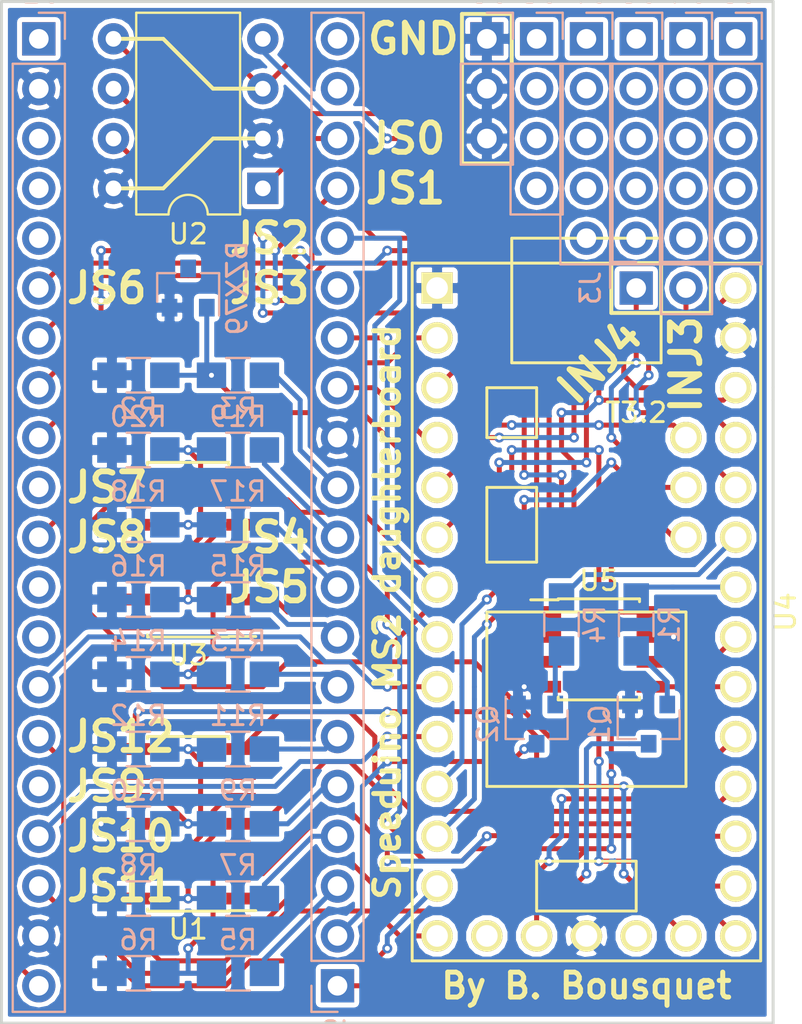
<source format=kicad_pcb>
(kicad_pcb (version 4) (host pcbnew 4.0.7)
  (layers (0 F.Cu signal) (31 B.Cu signal) (36 B.SilkS user hide) (37 F.SilkS user) (38 B.Mask user) (39 F.Mask user) (44 Edge.Cuts user))
  (net 0 "")
  (net 1 +3.3VA)
  (net 2 Earth)
  (net 3 "Net-(J1-Pad1)")
  (net 4 "Net-(J1-Pad3)")
  (net 5 "Net-(J1-Pad4)")
  (net 6 "Net-(J1-Pad5)")
  (net 7 CANH)
  (net 8 IGN1)
  (net 9 IGN2)
  (net 10 ECL)
  (net 11 JS7)
  (net 12 CANL)
  (net 13 TX)
  (net 14 RX)
  (net 15 IRQ0)
  (net 16 JS12)
  (net 17 +12V)
  (net 18 IRQ1)
  (net 19 JS11)
  (net 20 +5V)
  (net 21 "Net-(J2-Pad1)")
  (net 22 "Net-(J2-Pad2)")
  (net 23 AD0)
  (net 24 AD1)
  (net 25 AD2)
  (net 26 AD3)
  (net 27 AD4)
  (net 28 AD5)
  (net 29 AD6)
  (net 30 AD7)
  (net 31 "Net-(J2-Pad11)")
  (net 32 FP)
  (net 33 Idle)
  (net 34 JS3)
  (net 35 JS2)
  (net 36 JS1)
  (net 37 JS0)
  (net 38 "Net-(J2-Pad19)")
  (net 39 "Net-(J2-Pad20)")
  (net 40 "Net-(Q1-Pad2)")
  (net 41 "Net-(Q2-Pad2)")
  (net 42 INJ1)
  (net 43 INJ2)
  (net 44 "Net-(R5-Pad2)")
  (net 45 "Net-(R7-Pad2)")
  (net 46 "Net-(R10-Pad1)")
  (net 47 "Net-(R11-Pad2)")
  (net 48 "Net-(R13-Pad2)")
  (net 49 "Net-(R15-Pad2)")
  (net 50 "Net-(R17-Pad2)")
  (net 51 "Net-(R19-Pad2)")
  (net 52 A0)
  (net 53 +3V3)
  (net 54 A1)
  (net 55 A2)
  (net 56 A3)
  (net 57 "Net-(U2-Pad1)")
  (net 58 "Net-(U2-Pad4)")
  (net 59 A4)
  (net 60 A5)
  (net 61 A6)
  (net 62 A7)
  (net 63 "Net-(U4-Pad18)")
  (net 64 "Net-(U4-Pad15)")
  (net 65 INJ3)
  (net 66 INJ4)
  (net 67 "Net-(J4-Pad2)")
  (net 68 "Net-(J4-Pad3)")
  (net 69 "Net-(J4-Pad4)")
  (net 70 "Net-(J4-Pad5)")
  (net 71 "Net-(J5-Pad2)")
  (net 72 "Net-(J5-Pad3)")
  (net 73 "Net-(J5-Pad4)")
  (net 74 "Net-(J7-Pad2)")
  (net 75 "Net-(J7-Pad3)")
  (net 76 "Net-(J7-Pad4)")
  (net 77 "Net-(J7-Pad5)")
  (net 78 "Net-(J8-Pad2)")
  (net 79 "Net-(J8-Pad3)")
  (net 80 "Net-(J8-Pad4)")
  (net 81 "Net-(J8-Pad5)")
  (net 82 "Net-(J9-Pad2)")
  (net 83 "Net-(J9-Pad3)")
  (net 84 "Net-(J9-Pad4)")
  (net 85 "Net-(J9-Pad5)")
  (net 86 "Net-(J4-Pad1)")
  (net 87 "Net-(J5-Pad1)")
  (net 88 "Net-(J7-Pad1)")
  (net 89 "Net-(J8-Pad1)")
  (net 90 "Net-(J9-Pad1)")
  (net 91 "Net-(U4-Pad25)")
  (net 92 "Net-(U4-Pad26)")
  (net 93 "Net-(U5-Pad1)")
  (net 94 "Net-(U5-Pad2)")
  (net 95 "Net-(U5-Pad3)")
  (module Pin_Headers:Pin_Header_Straight_1x05_Pitch2.54mm (layer B.Cu) (at 180.34 68.58 180)
    (fp_text reference J8 (at 0 2.33 180) (layer B.SilkS) (effects (justify mirror)))
    (fp_text value Conn_01x05_Male)
    (pad 1 thru_hole rect (at 0 0 180) (size 1.7 1.7) (drill 1) (layers *.Cu *.Mask) (net 89 "Net-(J8-Pad1)"))
    (pad 2 thru_hole oval (at 0 -2.54 180) (size 1.7 1.7) (drill 1) (layers *.Cu *.Mask) (net 78 "Net-(J8-Pad2)"))
    (pad 3 thru_hole oval (at 0 -5.08 180) (size 1.7 1.7) (drill 1) (layers *.Cu *.Mask) (net 79 "Net-(J8-Pad3)"))
    (pad 4 thru_hole oval (at 0 -7.62 180) (size 1.7 1.7) (drill 1) (layers *.Cu *.Mask) (net 80 "Net-(J8-Pad4)"))
    (pad 5 thru_hole oval (at 0 -10.16 180) (size 1.7 1.7) (drill 1) (layers *.Cu *.Mask) (net 81 "Net-(J8-Pad5)"))
  )
  (module Housings_SOIC:SOIC-14_3.9x8.7mm_Pitch1.27mm (layer F.Cu) (at 157.48 108.585 180)
    (fp_text reference U1 (at 0 -5.375 180) (layer F.SilkS))
    (fp_text value LMV324)
    (pad 1 smd rect (at -2.7 -3.81 180) (size 1.5 0.6) (layers F.Cu F.Mask) (net 52 A0))
    (pad 2 smd rect (at -2.7 -2.54 180) (size 1.5 0.6) (layers F.Cu F.Mask) (net 52 A0))
    (pad 3 smd rect (at -2.7 -1.27 180) (size 1.5 0.6) (layers F.Cu F.Mask) (net 44 "Net-(R5-Pad2)"))
    (pad 4 smd rect (at -2.7 0 180) (size 1.5 0.6) (layers F.Cu F.Mask) (net 53 +3V3))
    (pad 5 smd rect (at -2.7 1.27 180) (size 1.5 0.6) (layers F.Cu F.Mask) (net 45 "Net-(R7-Pad2)"))
    (pad 6 smd rect (at -2.7 2.54 180) (size 1.5 0.6) (layers F.Cu F.Mask) (net 54 A1))
    (pad 7 smd rect (at -2.7 3.81 180) (size 1.5 0.6) (layers F.Cu F.Mask) (net 54 A1))
    (pad 8 smd rect (at 2.7 3.81 180) (size 1.5 0.6) (layers F.Cu F.Mask) (net 55 A2))
    (pad 9 smd rect (at 2.7 2.54 180) (size 1.5 0.6) (layers F.Cu F.Mask) (net 55 A2))
    (pad 10 smd rect (at 2.7 1.27 180) (size 1.5 0.6) (layers F.Cu F.Mask) (net 46 "Net-(R10-Pad1)"))
    (pad 11 smd rect (at 2.7 0 180) (size 1.5 0.6) (layers F.Cu F.Mask) (net 2 Earth))
    (pad 12 smd rect (at 2.7 -1.27 180) (size 1.5 0.6) (layers F.Cu F.Mask) (net 47 "Net-(R11-Pad2)"))
    (pad 13 smd rect (at 2.7 -2.54 180) (size 1.5 0.6) (layers F.Cu F.Mask) (net 56 A3))
    (pad 14 smd rect (at 2.7 -3.81 180) (size 1.5 0.6) (layers F.Cu F.Mask) (net 56 A3))
  )
  (module Housings_SOIC:SOIC-14_3.9x8.7mm_Pitch1.27mm (layer F.Cu) (at 157.48 94.615 180)
    (fp_text reference U3 (at 0 -5.375 180) (layer F.SilkS))
    (fp_text value LMV324)
    (pad 1 smd rect (at -2.7 -3.81 180) (size 1.5 0.6) (layers F.Cu F.Mask) (net 59 A4))
    (pad 2 smd rect (at -2.7 -2.54 180) (size 1.5 0.6) (layers F.Cu F.Mask) (net 59 A4))
    (pad 3 smd rect (at -2.7 -1.27 180) (size 1.5 0.6) (layers F.Cu F.Mask) (net 48 "Net-(R13-Pad2)"))
    (pad 4 smd rect (at -2.7 0 180) (size 1.5 0.6) (layers F.Cu F.Mask) (net 53 +3V3))
    (pad 5 smd rect (at -2.7 1.27 180) (size 1.5 0.6) (layers F.Cu F.Mask) (net 49 "Net-(R15-Pad2)"))
    (pad 6 smd rect (at -2.7 2.54 180) (size 1.5 0.6) (layers F.Cu F.Mask) (net 60 A5))
    (pad 7 smd rect (at -2.7 3.81 180) (size 1.5 0.6) (layers F.Cu F.Mask) (net 60 A5))
    (pad 8 smd rect (at 2.7 3.81 180) (size 1.5 0.6) (layers F.Cu F.Mask) (net 61 A6))
    (pad 9 smd rect (at 2.7 2.54 180) (size 1.5 0.6) (layers F.Cu F.Mask) (net 61 A6))
    (pad 10 smd rect (at 2.7 1.27 180) (size 1.5 0.6) (layers F.Cu F.Mask) (net 50 "Net-(R17-Pad2)"))
    (pad 11 smd rect (at 2.7 0 180) (size 1.5 0.6) (layers F.Cu F.Mask) (net 2 Earth))
    (pad 12 smd rect (at 2.7 -1.27 180) (size 1.5 0.6) (layers F.Cu F.Mask) (net 51 "Net-(R19-Pad2)"))
    (pad 13 smd rect (at 2.7 -2.54 180) (size 1.5 0.6) (layers F.Cu F.Mask) (net 62 A7))
    (pad 14 smd rect (at 2.7 -3.81 180) (size 1.5 0.6) (layers F.Cu F.Mask) (net 62 A7))
  )
  (module TO_SOT_Packages_SMD:SOT-23 (layer B.Cu) (at 157.48 81.28 90)
    (fp_text reference BZX79 (at 0 2.5 90) (layer B.SilkS) (effects (justify mirror)))
    (fp_text value D_Zener)
    (pad 1 smd rect (at -1 0.95 90) (size 0.9 0.8) (layers B.Cu B.Mask) (net 1 +3.3VA))
    (pad 2 smd rect (at -1 -0.95 90) (size 0.9 0.8) (layers B.Cu B.Mask) (net 2 Earth))
    (pad 3 smd rect (at 1 0 90) (size 0.9 0.8) (layers B.Cu B.Mask))
  )
  (module TO_SOT_Packages_SMD:SOT-23 (layer B.Cu) (at 180.975 103.505 270)
    (fp_text reference Q1 (at 0 2.5 270) (layer B.SilkS) (effects (justify mirror)))
    (fp_text value 2N2219)
    (pad 1 smd rect (at -1 0.95 270) (size 0.9 0.8) (layers B.Cu B.Mask) (net 2 Earth))
    (pad 2 smd rect (at -1 -0.95 270) (size 0.9 0.8) (layers B.Cu B.Mask) (net 40 "Net-(Q1-Pad2)"))
    (pad 3 smd rect (at 1 0 270) (size 0.9 0.8) (layers B.Cu B.Mask) (net 21 "Net-(J2-Pad1)"))
  )
  (module TO_SOT_Packages_SMD:SOT-23 (layer B.Cu) (at 175.26 103.505 270)
    (fp_text reference Q2 (at 0 2.5 270) (layer B.SilkS) (effects (justify mirror)))
    (fp_text value 2N2219)
    (pad 1 smd rect (at -1 0.95 270) (size 0.9 0.8) (layers B.Cu B.Mask) (net 2 Earth))
    (pad 2 smd rect (at -1 -0.95 270) (size 0.9 0.8) (layers B.Cu B.Mask) (net 41 "Net-(Q2-Pad2)"))
    (pad 3 smd rect (at 1 0 270) (size 0.9 0.8) (layers B.Cu B.Mask) (net 22 "Net-(J2-Pad2)"))
  )
  (module Resistors_SMD:R_0805_HandSoldering (layer B.Cu) (at 180.34 98.425 90)
    (fp_text reference R1 (at 0 1.7 90) (layer B.SilkS) (effects (justify mirror)))
    (fp_text value 1k)
    (pad 1 smd rect (at -1.35 0 90) (size 1.5 1.3) (layers B.Cu B.Mask) (net 40 "Net-(Q1-Pad2)"))
    (pad 2 smd rect (at 1.35 0 90) (size 1.5 1.3) (layers B.Cu B.Mask) (net 42 INJ1))
  )
  (module Resistors_SMD:R_0805_HandSoldering (layer B.Cu) (at 154.94 85.725)
    (fp_text reference R2 (at 0 1.7) (layer B.SilkS) (effects (justify mirror)))
    (fp_text value 330k)
    (pad 1 smd rect (at -1.35 0) (size 1.5 1.3) (layers B.Cu B.Mask) (net 2 Earth))
    (pad 2 smd rect (at 1.35 0) (size 1.5 1.3) (layers B.Cu B.Mask) (net 1 +3.3VA))
  )
  (module Resistors_SMD:R_0805_HandSoldering (layer B.Cu) (at 160.02 85.725)
    (fp_text reference R3 (at 0 1.7) (layer B.SilkS) (effects (justify mirror)))
    (fp_text value 180k)
    (pad 1 smd rect (at -1.35 0) (size 1.5 1.3) (layers B.Cu B.Mask) (net 1 +3.3VA))
    (pad 2 smd rect (at 1.35 0) (size 1.5 1.3) (layers B.Cu B.Mask) (net 31 "Net-(J2-Pad11)"))
  )
  (module Resistors_SMD:R_0805_HandSoldering (layer B.Cu) (at 176.53 98.425 90)
    (fp_text reference R4 (at 0 1.7 90) (layer B.SilkS) (effects (justify mirror)))
    (fp_text value 1k)
    (pad 1 smd rect (at -1.35 0 90) (size 1.5 1.3) (layers B.Cu B.Mask) (net 41 "Net-(Q2-Pad2)"))
    (pad 2 smd rect (at 1.35 0 90) (size 1.5 1.3) (layers B.Cu B.Mask) (net 43 INJ2))
  )
  (module Resistors_SMD:R_0805_HandSoldering (layer B.Cu) (at 160.02 116.205 180)
    (fp_text reference R5 (at 0 1.7 180) (layer B.SilkS) (effects (justify mirror)))
    (fp_text value 180k)
    (pad 1 smd rect (at -1.35 0 180) (size 1.5 1.3) (layers B.Cu B.Mask) (net 23 AD0))
    (pad 2 smd rect (at 1.35 0 180) (size 1.5 1.3) (layers B.Cu B.Mask) (net 44 "Net-(R5-Pad2)"))
  )
  (module Resistors_SMD:R_0805_HandSoldering (layer B.Cu) (at 154.94 116.205 180)
    (fp_text reference R6 (at 0 1.7 180) (layer B.SilkS) (effects (justify mirror)))
    (fp_text value 330k)
    (pad 1 smd rect (at -1.35 0 180) (size 1.5 1.3) (layers B.Cu B.Mask) (net 44 "Net-(R5-Pad2)"))
    (pad 2 smd rect (at 1.35 0 180) (size 1.5 1.3) (layers B.Cu B.Mask) (net 2 Earth))
  )
  (module Resistors_SMD:R_0805_HandSoldering (layer B.Cu) (at 160.02 112.395 180)
    (fp_text reference R7 (at 0 1.7 180) (layer B.SilkS) (effects (justify mirror)))
    (fp_text value 180k)
    (pad 1 smd rect (at -1.35 0 180) (size 1.5 1.3) (layers B.Cu B.Mask) (net 24 AD1))
    (pad 2 smd rect (at 1.35 0 180) (size 1.5 1.3) (layers B.Cu B.Mask) (net 45 "Net-(R7-Pad2)"))
  )
  (module Resistors_SMD:R_0805_HandSoldering (layer B.Cu) (at 154.94 112.395 180)
    (fp_text reference R8 (at 0 1.7 180) (layer B.SilkS) (effects (justify mirror)))
    (fp_text value 330k)
    (pad 1 smd rect (at -1.35 0 180) (size 1.5 1.3) (layers B.Cu B.Mask) (net 45 "Net-(R7-Pad2)"))
    (pad 2 smd rect (at 1.35 0 180) (size 1.5 1.3) (layers B.Cu B.Mask) (net 2 Earth))
  )
  (module Resistors_SMD:R_0805_HandSoldering (layer B.Cu) (at 160.02 108.585 180)
    (fp_text reference R9 (at 0 1.7 180) (layer B.SilkS) (effects (justify mirror)))
    (fp_text value 180k)
    (pad 1 smd rect (at -1.35 0 180) (size 1.5 1.3) (layers B.Cu B.Mask) (net 25 AD2))
    (pad 2 smd rect (at 1.35 0 180) (size 1.5 1.3) (layers B.Cu B.Mask) (net 46 "Net-(R10-Pad1)"))
  )
  (module Resistors_SMD:R_0805_HandSoldering (layer B.Cu) (at 154.94 108.585 180)
    (fp_text reference R10 (at 0 1.7 180) (layer B.SilkS) (effects (justify mirror)))
    (fp_text value 330k)
    (pad 1 smd rect (at -1.35 0 180) (size 1.5 1.3) (layers B.Cu B.Mask) (net 46 "Net-(R10-Pad1)"))
    (pad 2 smd rect (at 1.35 0 180) (size 1.5 1.3) (layers B.Cu B.Mask) (net 2 Earth))
  )
  (module Resistors_SMD:R_0805_HandSoldering (layer B.Cu) (at 160.02 104.775 180)
    (fp_text reference R11 (at 0 1.7 180) (layer B.SilkS) (effects (justify mirror)))
    (fp_text value 180k)
    (pad 1 smd rect (at -1.35 0 180) (size 1.5 1.3) (layers B.Cu B.Mask) (net 26 AD3))
    (pad 2 smd rect (at 1.35 0 180) (size 1.5 1.3) (layers B.Cu B.Mask) (net 47 "Net-(R11-Pad2)"))
  )
  (module Resistors_SMD:R_0805_HandSoldering (layer B.Cu) (at 154.94 104.775 180)
    (fp_text reference R12 (at 0 1.7 180) (layer B.SilkS) (effects (justify mirror)))
    (fp_text value 330k)
    (pad 1 smd rect (at -1.35 0 180) (size 1.5 1.3) (layers B.Cu B.Mask) (net 47 "Net-(R11-Pad2)"))
    (pad 2 smd rect (at 1.35 0 180) (size 1.5 1.3) (layers B.Cu B.Mask) (net 2 Earth))
  )
  (module Resistors_SMD:R_0805_HandSoldering (layer B.Cu) (at 160.02 100.965 180)
    (fp_text reference R13 (at 0 1.7 180) (layer B.SilkS) (effects (justify mirror)))
    (fp_text value 180k)
    (pad 1 smd rect (at -1.35 0 180) (size 1.5 1.3) (layers B.Cu B.Mask) (net 27 AD4))
    (pad 2 smd rect (at 1.35 0 180) (size 1.5 1.3) (layers B.Cu B.Mask) (net 48 "Net-(R13-Pad2)"))
  )
  (module Resistors_SMD:R_0805_HandSoldering (layer B.Cu) (at 154.94 100.965 180)
    (fp_text reference R14 (at 0 1.7 180) (layer B.SilkS) (effects (justify mirror)))
    (fp_text value 330k)
    (pad 1 smd rect (at -1.35 0 180) (size 1.5 1.3) (layers B.Cu B.Mask) (net 48 "Net-(R13-Pad2)"))
    (pad 2 smd rect (at 1.35 0 180) (size 1.5 1.3) (layers B.Cu B.Mask) (net 2 Earth))
  )
  (module Resistors_SMD:R_0805_HandSoldering (layer B.Cu) (at 160.02 97.155 180)
    (fp_text reference R15 (at 0 1.7 180) (layer B.SilkS) (effects (justify mirror)))
    (fp_text value 180k)
    (pad 1 smd rect (at -1.35 0 180) (size 1.5 1.3) (layers B.Cu B.Mask) (net 28 AD5))
    (pad 2 smd rect (at 1.35 0 180) (size 1.5 1.3) (layers B.Cu B.Mask) (net 49 "Net-(R15-Pad2)"))
  )
  (module Resistors_SMD:R_0805_HandSoldering (layer B.Cu) (at 154.94 97.155 180)
    (fp_text reference R16 (at 0 1.7 180) (layer B.SilkS) (effects (justify mirror)))
    (fp_text value 330k)
    (pad 1 smd rect (at -1.35 0 180) (size 1.5 1.3) (layers B.Cu B.Mask) (net 49 "Net-(R15-Pad2)"))
    (pad 2 smd rect (at 1.35 0 180) (size 1.5 1.3) (layers B.Cu B.Mask) (net 2 Earth))
  )
  (module Resistors_SMD:R_0805_HandSoldering (layer B.Cu) (at 160.02 93.345 180)
    (fp_text reference R17 (at 0 1.7 180) (layer B.SilkS) (effects (justify mirror)))
    (fp_text value 180k)
    (pad 1 smd rect (at -1.35 0 180) (size 1.5 1.3) (layers B.Cu B.Mask) (net 29 AD6))
    (pad 2 smd rect (at 1.35 0 180) (size 1.5 1.3) (layers B.Cu B.Mask) (net 50 "Net-(R17-Pad2)"))
  )
  (module Resistors_SMD:R_0805_HandSoldering (layer B.Cu) (at 154.94 93.345 180)
    (fp_text reference R18 (at 0 1.7 180) (layer B.SilkS) (effects (justify mirror)))
    (fp_text value 330k)
    (pad 1 smd rect (at -1.35 0 180) (size 1.5 1.3) (layers B.Cu B.Mask) (net 50 "Net-(R17-Pad2)"))
    (pad 2 smd rect (at 1.35 0 180) (size 1.5 1.3) (layers B.Cu B.Mask) (net 2 Earth))
  )
  (module Resistors_SMD:R_0805_HandSoldering (layer B.Cu) (at 160.02 89.535 180)
    (fp_text reference R19 (at 0 1.7 180) (layer B.SilkS) (effects (justify mirror)))
    (fp_text value 180k)
    (pad 1 smd rect (at -1.35 0 180) (size 1.5 1.3) (layers B.Cu B.Mask) (net 30 AD7))
    (pad 2 smd rect (at 1.35 0 180) (size 1.5 1.3) (layers B.Cu B.Mask) (net 51 "Net-(R19-Pad2)"))
  )
  (module Resistors_SMD:R_0805_HandSoldering (layer B.Cu) (at 154.94 89.535 180)
    (fp_text reference R20 (at 0 1.7 180) (layer B.SilkS) (effects (justify mirror)))
    (fp_text value 330k)
    (pad 1 smd rect (at -1.35 0 180) (size 1.5 1.3) (layers B.Cu B.Mask) (net 51 "Net-(R19-Pad2)"))
    (pad 2 smd rect (at 1.35 0 180) (size 1.5 1.3) (layers B.Cu B.Mask) (net 2 Earth))
  )
  (module Housings_DIP:DIP-8_W7.62mm (layer F.Cu) (at 161.29 76.2 180)
    (fp_text reference U2 (at 3.81 -2.33 180) (layer F.SilkS))
    (fp_text value MCP2562-E/P)
    (pad 1 thru_hole rect (at 0 0 180) (size 1.6 1.6) (drill 0.8) (layers *.Cu *.Mask) (net 57 "Net-(U2-Pad1)"))
    (pad 5 thru_hole oval (at 7.62 7.62 180) (size 1.6 1.6) (drill 0.8) (layers *.Cu *.Mask) (net 53 +3V3))
    (pad 2 thru_hole oval (at 0 2.54 225) (size 1.6 1.6) (drill 0.8) (layers *.Cu *.Mask) (net 2 Earth))
    (pad 6 thru_hole oval (at 7.62 5.08 180) (size 1.6 1.6) (drill 0.8) (layers *.Cu *.Mask) (net 12 CANL))
    (pad 3 thru_hole oval (at 0 5.08 180) (size 1.6 1.6) (drill 0.8) (layers *.Cu *.Mask) (net 20 +5V))
    (pad 7 thru_hole oval (at 7.62 2.54 180) (size 1.6 1.6) (drill 0.8) (layers *.Cu *.Mask) (net 7 CANH))
    (pad 4 thru_hole oval (at 0 7.62 180) (size 1.6 1.6) (drill 0.8) (layers *.Cu *.Mask) (net 58 "Net-(U2-Pad4)"))
    (pad 8 thru_hole oval (at 7.62 0 225) (size 1.6 1.6) (drill 0.8) (layers *.Cu *.Mask) (net 2 Earth))
  )
  (module Pin_Headers:Pin_Header_Straight_1x05_Pitch2.54mm (layer B.Cu) (at 182.88 68.58 180)
    (fp_text reference J4 (at 0 2.33 180) (layer B.SilkS) (effects (justify mirror)))
    (fp_text value Conn_01x05_Male)
    (pad 1 thru_hole rect (at 0 0 180) (size 1.7 1.7) (drill 1) (layers *.Cu *.Mask) (net 86 "Net-(J4-Pad1)"))
    (pad 2 thru_hole oval (at 0 -2.54 180) (size 1.7 1.7) (drill 1) (layers *.Cu *.Mask) (net 67 "Net-(J4-Pad2)"))
    (pad 3 thru_hole oval (at 0 -5.08 180) (size 1.7 1.7) (drill 1) (layers *.Cu *.Mask) (net 68 "Net-(J4-Pad3)"))
    (pad 4 thru_hole oval (at 0 -7.62 180) (size 1.7 1.7) (drill 1) (layers *.Cu *.Mask) (net 69 "Net-(J4-Pad4)"))
    (pad 5 thru_hole oval (at 0 -10.16 180) (size 1.7 1.7) (drill 1) (layers *.Cu *.Mask) (net 70 "Net-(J4-Pad5)"))
  )
  (module Pin_Headers:Pin_Header_Straight_1x04_Pitch2.54mm (layer B.Cu) (at 175.26 68.58 180)
    (fp_text reference J5 (at 0 2.33 180) (layer B.SilkS) (effects (justify mirror)))
    (fp_text value Conn_01x04_Male)
    (pad 1 thru_hole rect (at 0 0 180) (size 1.7 1.7) (drill 1) (layers *.Cu *.Mask) (net 87 "Net-(J5-Pad1)"))
    (pad 2 thru_hole oval (at 0 -2.54 180) (size 1.7 1.7) (drill 1) (layers *.Cu *.Mask) (net 71 "Net-(J5-Pad2)"))
    (pad 3 thru_hole oval (at 0 -5.08 180) (size 1.7 1.7) (drill 1) (layers *.Cu *.Mask) (net 72 "Net-(J5-Pad3)"))
    (pad 4 thru_hole oval (at 0 -7.62 180) (size 1.7 1.7) (drill 1) (layers *.Cu *.Mask) (net 73 "Net-(J5-Pad4)"))
  )
  (module Pin_Headers:Pin_Header_Straight_1x03_Pitch2.54mm (layer B.Cu) (at 172.72 68.58 180)
    (fp_text reference J6 (at 0 2.33 180) (layer B.SilkS) (effects (justify mirror)))
    (fp_text value Conn_01x03_Male)
    (pad 1 thru_hole rect (at 0 0 180) (size 1.7 1.7) (drill 1) (layers *.Cu *.Mask) (net 2 Earth))
    (pad 2 thru_hole oval (at 0 -2.54 180) (size 1.7 1.7) (drill 1) (layers *.Cu *.Mask) (net 2 Earth))
    (pad 3 thru_hole oval (at 0 -5.08 180) (size 1.7 1.7) (drill 1) (layers *.Cu *.Mask) (net 2 Earth))
  )
  (module Pin_Headers:Pin_Header_Straight_1x05_Pitch2.54mm (layer B.Cu) (at 177.8 68.58 180)
    (fp_text reference J7 (at 0 2.33 180) (layer B.SilkS) (effects (justify mirror)))
    (fp_text value Conn_01x05_Male)
    (pad 1 thru_hole rect (at 0 0 180) (size 1.7 1.7) (drill 1) (layers *.Cu *.Mask) (net 88 "Net-(J7-Pad1)"))
    (pad 2 thru_hole oval (at 0 -2.54 180) (size 1.7 1.7) (drill 1) (layers *.Cu *.Mask) (net 74 "Net-(J7-Pad2)"))
    (pad 3 thru_hole oval (at 0 -5.08 180) (size 1.7 1.7) (drill 1) (layers *.Cu *.Mask) (net 75 "Net-(J7-Pad3)"))
    (pad 4 thru_hole oval (at 0 -7.62 180) (size 1.7 1.7) (drill 1) (layers *.Cu *.Mask) (net 76 "Net-(J7-Pad4)"))
    (pad 5 thru_hole oval (at 0 -10.16 180) (size 1.7 1.7) (drill 1) (layers *.Cu *.Mask) (net 77 "Net-(J7-Pad5)"))
  )
  (module Pin_Headers:Pin_Header_Straight_1x05_Pitch2.54mm (layer B.Cu) (at 185.42 68.58 180)
    (fp_text reference J9 (at 0 2.33 180) (layer B.SilkS) (effects (justify mirror)))
    (fp_text value Conn_01x05_Male)
    (pad 1 thru_hole rect (at 0 0 180) (size 1.7 1.7) (drill 1) (layers *.Cu *.Mask) (net 90 "Net-(J9-Pad1)"))
    (pad 2 thru_hole oval (at 0 -2.54 180) (size 1.7 1.7) (drill 1) (layers *.Cu *.Mask) (net 82 "Net-(J9-Pad2)"))
    (pad 3 thru_hole oval (at 0 -5.08 180) (size 1.7 1.7) (drill 1) (layers *.Cu *.Mask) (net 83 "Net-(J9-Pad3)"))
    (pad 4 thru_hole oval (at 0 -7.62 180) (size 1.7 1.7) (drill 1) (layers *.Cu *.Mask) (net 84 "Net-(J9-Pad4)"))
    (pad 5 thru_hole oval (at 0 -10.16 180) (size 1.7 1.7) (drill 1) (layers *.Cu *.Mask) (net 85 "Net-(J9-Pad5)"))
  )
  (module Pin_Headers:Pin_Header_Straight_1x20_Pitch2.54mm (layer B.Cu) (at 149.86 68.58 180)
    (fp_text reference J1 (at 0 2.33 180) (layer B.SilkS) (effects (justify mirror)))
    (fp_text value Conn_01x20_Female)
    (pad 1 thru_hole rect (at 0 0 180) (size 1.7 1.7) (drill 1) (layers *.Cu *.Mask) (net 3 "Net-(J1-Pad1)"))
    (pad 2 thru_hole oval (at 0 -2.54 135) (size 1.7 1.7) (drill 1) (layers *.Cu *.Mask) (net 2 Earth))
    (pad 3 thru_hole oval (at 0 -5.08 180) (size 1.7 1.7) (drill 1) (layers *.Cu *.Mask) (net 4 "Net-(J1-Pad3)"))
    (pad 4 thru_hole oval (at 0 -7.62 180) (size 1.7 1.7) (drill 1) (layers *.Cu *.Mask) (net 5 "Net-(J1-Pad4)"))
    (pad 5 thru_hole oval (at 0 -10.16 180) (size 1.7 1.7) (drill 1) (layers *.Cu *.Mask) (net 6 "Net-(J1-Pad5)"))
    (pad 6 thru_hole oval (at 0 -12.7 180) (size 1.7 1.7) (drill 1) (layers *.Cu *.Mask) (net 7 CANH))
    (pad 7 thru_hole oval (at 0 -15.24 180) (size 1.7 1.7) (drill 1) (layers *.Cu *.Mask) (net 8 IGN1))
    (pad 8 thru_hole oval (at 0 -17.78 180) (size 1.7 1.7) (drill 1) (layers *.Cu *.Mask) (net 9 IGN2))
    (pad 9 thru_hole oval (at 0 -20.32 180) (size 1.7 1.7) (drill 1) (layers *.Cu *.Mask) (net 10 ECL))
    (pad 10 thru_hole oval (at 0 -22.86 180) (size 1.7 1.7) (drill 1) (layers *.Cu *.Mask) (net 11 JS7))
    (pad 11 thru_hole oval (at 0 -25.4 180) (size 1.7 1.7) (drill 1) (layers *.Cu *.Mask) (net 12 CANL))
    (pad 12 thru_hole oval (at 0 -27.94 180) (size 1.7 1.7) (drill 1) (layers *.Cu *.Mask) (net 13 TX))
    (pad 13 thru_hole oval (at 0 -30.48 180) (size 1.7 1.7) (drill 1) (layers *.Cu *.Mask) (net 14 RX))
    (pad 14 thru_hole oval (at 0 -33.02 180) (size 1.7 1.7) (drill 1) (layers *.Cu *.Mask) (net 15 IRQ0))
    (pad 15 thru_hole oval (at 0 -35.56 180) (size 1.7 1.7) (drill 1) (layers *.Cu *.Mask) (net 16 JS12))
    (pad 16 thru_hole oval (at 0 -38.1 180) (size 1.7 1.7) (drill 1) (layers *.Cu *.Mask) (net 17 +12V))
    (pad 17 thru_hole oval (at 0 -40.64 180) (size 1.7 1.7) (drill 1) (layers *.Cu *.Mask) (net 18 IRQ1))
    (pad 18 thru_hole oval (at 0 -43.18 180) (size 1.7 1.7) (drill 1) (layers *.Cu *.Mask) (net 19 JS11))
    (pad 19 thru_hole oval (at 0 -45.72 135) (size 1.7 1.7) (drill 1) (layers *.Cu *.Mask) (net 2 Earth))
    (pad 20 thru_hole oval (at 0 -48.26 180) (size 1.7 1.7) (drill 1) (layers *.Cu *.Mask) (net 20 +5V))
  )
  (module Pin_Headers:Pin_Header_Straight_1x20_Pitch2.54mm (layer B.Cu) (at 165.1 116.84)
    (fp_text reference J2 (at 0 2.33) (layer B.SilkS) (effects (justify mirror)))
    (fp_text value Conn_01x20_Female)
    (pad 1 thru_hole rect (at 0 0) (size 1.7 1.7) (drill 1) (layers *.Cu *.Mask) (net 21 "Net-(J2-Pad1)"))
    (pad 2 thru_hole oval (at 0 -2.54) (size 1.7 1.7) (drill 1) (layers *.Cu *.Mask) (net 22 "Net-(J2-Pad2)"))
    (pad 3 thru_hole oval (at 0 -5.08) (size 1.7 1.7) (drill 1) (layers *.Cu *.Mask) (net 23 AD0))
    (pad 4 thru_hole oval (at 0 -7.62) (size 1.7 1.7) (drill 1) (layers *.Cu *.Mask) (net 24 AD1))
    (pad 5 thru_hole oval (at 0 -10.16) (size 1.7 1.7) (drill 1) (layers *.Cu *.Mask) (net 25 AD2))
    (pad 6 thru_hole oval (at 0 -12.7) (size 1.7 1.7) (drill 1) (layers *.Cu *.Mask) (net 26 AD3))
    (pad 7 thru_hole oval (at 0 -15.24) (size 1.7 1.7) (drill 1) (layers *.Cu *.Mask) (net 27 AD4))
    (pad 8 thru_hole oval (at 0 -17.78) (size 1.7 1.7) (drill 1) (layers *.Cu *.Mask) (net 28 AD5))
    (pad 9 thru_hole oval (at 0 -20.32) (size 1.7 1.7) (drill 1) (layers *.Cu *.Mask) (net 29 AD6))
    (pad 10 thru_hole oval (at 0 -22.86) (size 1.7 1.7) (drill 1) (layers *.Cu *.Mask) (net 30 AD7))
    (pad 11 thru_hole oval (at 0 -25.4) (size 1.7 1.7) (drill 1) (layers *.Cu *.Mask) (net 31 "Net-(J2-Pad11)"))
    (pad 12 thru_hole oval (at 0 -27.94 315) (size 1.7 1.7) (drill 1) (layers *.Cu *.Mask) (net 2 Earth))
    (pad 13 thru_hole oval (at 0 -30.48) (size 1.7 1.7) (drill 1) (layers *.Cu *.Mask) (net 32 FP))
    (pad 14 thru_hole oval (at 0 -33.02) (size 1.7 1.7) (drill 1) (layers *.Cu *.Mask) (net 33 Idle))
    (pad 15 thru_hole oval (at 0 -35.56) (size 1.7 1.7) (drill 1) (layers *.Cu *.Mask) (net 34 JS3))
    (pad 16 thru_hole oval (at 0 -38.1) (size 1.7 1.7) (drill 1) (layers *.Cu *.Mask) (net 35 JS2))
    (pad 17 thru_hole oval (at 0 -40.64) (size 1.7 1.7) (drill 1) (layers *.Cu *.Mask) (net 36 JS1))
    (pad 18 thru_hole oval (at 0 -43.18) (size 1.7 1.7) (drill 1) (layers *.Cu *.Mask) (net 37 JS0))
    (pad 19 thru_hole oval (at 0 -45.72) (size 1.7 1.7) (drill 1) (layers *.Cu *.Mask) (net 38 "Net-(J2-Pad19)"))
    (pad 20 thru_hole oval (at 0 -48.26) (size 1.7 1.7) (drill 1) (layers *.Cu *.Mask) (net 39 "Net-(J2-Pad20)"))
  )
  (module Pin_Headers:Pin_Header_Straight_1x02_Pitch2.54mm (layer B.Cu) (at 180.34 81.28 270)
    (fp_text reference J3 (at 0 2.33 270) (layer B.SilkS) (effects (justify mirror)))
    (fp_text value Conn_01x02_Female)
    (pad 1 thru_hole rect (at 0 0 270) (size 1.7 1.7) (drill 1) (layers *.Cu *.Mask) (net 65 INJ3))
    (pad 2 thru_hole oval (at 0 -2.54 270) (size 1.7 1.7) (drill 1) (layers *.Cu *.Mask) (net 66 INJ4))
  )
  (module teensy:Teensy32 (layer F.Cu) (at 177.8 97.79 270)
    (fp_text reference U4 (at 0 -10.16 270) (layer F.SilkS))
    (fp_text value Teensy3.2)
    (fp_text user T3.2 (at -10.16 -2.54 360) (layer F.SilkS))
    (pad 17 thru_hole circle (at 16.51 0 270) (size 1.6 1.6) (drill 1.1) (layers *.Cu *.Mask F.SilkS) (net 2 Earth))
    (pad 18 thru_hole circle (at 16.51 -2.54 270) (size 1.6 1.6) (drill 1.1) (layers *.Cu *.Mask F.SilkS) (net 63 "Net-(U4-Pad18)"))
    (pad 19 thru_hole circle (at 16.51 -5.08 270) (size 1.6 1.6) (drill 1.1) (layers *.Cu *.Mask F.SilkS) (net 61 A6))
    (pad 20 thru_hole circle (at 16.51 -7.62 270) (size 1.6 1.6) (drill 1.1) (layers *.Cu *.Mask F.SilkS) (net 10 ECL))
    (pad 16 thru_hole circle (at 16.51 2.54 270) (size 1.6 1.6) (drill 1.1) (layers *.Cu *.Mask F.SilkS) (net 53 +3V3))
    (pad 15 thru_hole circle (at 16.51 5.08 270) (size 1.6 1.6) (drill 1.1) (layers *.Cu *.Mask F.SilkS) (net 64 "Net-(U4-Pad15)"))
    (pad 14 thru_hole circle (at 16.51 7.62 270) (size 1.6 1.6) (drill 1.1) (layers *.Cu *.Mask F.SilkS) (net 16 JS12))
    (pad 21 thru_hole circle (at 13.97 -7.62 270) (size 1.6 1.6) (drill 1.1) (layers *.Cu *.Mask F.SilkS) (net 52 A0))
    (pad 22 thru_hole circle (at 11.43 -7.62 270) (size 1.6 1.6) (drill 1.1) (layers *.Cu *.Mask F.SilkS) (net 54 A1))
    (pad 23 thru_hole circle (at 8.89 -7.62 270) (size 1.6 1.6) (drill 1.1) (layers *.Cu *.Mask F.SilkS) (net 55 A2))
    (pad 24 thru_hole circle (at 6.35 -7.62 270) (size 1.6 1.6) (drill 1.1) (layers *.Cu *.Mask F.SilkS) (net 56 A3))
    (pad 25 thru_hole circle (at 3.81 -7.62 270) (size 1.6 1.6) (drill 1.1) (layers *.Cu *.Mask F.SilkS) (net 91 "Net-(U4-Pad25)"))
    (pad 26 thru_hole circle (at 1.27 -7.62 270) (size 1.6 1.6) (drill 1.1) (layers *.Cu *.Mask F.SilkS) (net 92 "Net-(U4-Pad26)"))
    (pad 27 thru_hole circle (at -1.27 -7.62 270) (size 1.6 1.6) (drill 1.1) (layers *.Cu *.Mask F.SilkS) (net 42 INJ1))
    (pad 28 thru_hole circle (at -3.81 -7.62 270) (size 1.6 1.6) (drill 1.1) (layers *.Cu *.Mask F.SilkS) (net 43 INJ2))
    (pad 29 thru_hole circle (at -6.35 -7.62 270) (size 1.6 1.6) (drill 1.1) (layers *.Cu *.Mask F.SilkS) (net 65 INJ3))
    (pad 30 thru_hole circle (at -8.89 -7.62 270) (size 1.6 1.6) (drill 1.1) (layers *.Cu *.Mask F.SilkS) (net 66 INJ4))
    (pad 31 thru_hole circle (at -11.43 -7.62 270) (size 1.6 1.6) (drill 1.1) (layers *.Cu *.Mask F.SilkS) (net 53 +3V3))
    (pad 32 thru_hole circle (at -13.97 -7.62 270) (size 1.6 1.6) (drill 1.1) (layers *.Cu *.Mask F.SilkS) (net 2 Earth))
    (pad 33 thru_hole circle (at -16.51 -7.62 270) (size 1.6 1.6) (drill 1.1) (layers *.Cu *.Mask F.SilkS) (net 20 +5V))
    (pad 35 thru_hole circle (at -8.89 -5.08 270) (size 1.6 1.6) (drill 1.1) (layers *.Cu *.Mask F.SilkS) (net 1 +3.3VA))
    (pad 36 thru_hole circle (at -6.35 -5.08 270) (size 1.6 1.6) (drill 1.1) (layers *.Cu *.Mask F.SilkS) (net 59 A4))
    (pad 37 thru_hole circle (at -3.81 -5.08 270) (size 1.6 1.6) (drill 1.1) (layers *.Cu *.Mask F.SilkS) (net 60 A5))
    (pad 13 thru_hole circle (at 13.97 7.62 270) (size 1.6 1.6) (drill 1.1) (layers *.Cu *.Mask F.SilkS) (net 19 JS11))
    (pad 12 thru_hole circle (at 11.43 7.62 270) (size 1.6 1.6) (drill 1.1) (layers *.Cu *.Mask F.SilkS) (net 9 IGN2))
    (pad 11 thru_hole circle (at 8.89 7.62 270) (size 1.6 1.6) (drill 1.1) (layers *.Cu *.Mask F.SilkS) (net 8 IGN1))
    (pad 10 thru_hole circle (at 6.35 7.62 270) (size 1.6 1.6) (drill 1.1) (layers *.Cu *.Mask F.SilkS) (net 18 IRQ1))
    (pad 9 thru_hole circle (at 3.81 7.62 270) (size 1.6 1.6) (drill 1.1) (layers *.Cu *.Mask F.SilkS) (net 15 IRQ0))
    (pad 8 thru_hole circle (at 1.27 7.62 270) (size 1.6 1.6) (drill 1.1) (layers *.Cu *.Mask F.SilkS) (net 35 JS2))
    (pad 7 thru_hole circle (at -1.27 7.62 270) (size 1.6 1.6) (drill 1.1) (layers *.Cu *.Mask F.SilkS) (net 33 Idle))
    (pad 6 thru_hole circle (at -3.81 7.62 270) (size 1.6 1.6) (drill 1.1) (layers *.Cu *.Mask F.SilkS) (net 58 "Net-(U2-Pad4)"))
    (pad 5 thru_hole circle (at -6.35 7.62 270) (size 1.6 1.6) (drill 1.1) (layers *.Cu *.Mask F.SilkS) (net 57 "Net-(U2-Pad1)"))
    (pad 4 thru_hole circle (at -8.89 7.62 270) (size 1.6 1.6) (drill 1.1) (layers *.Cu *.Mask F.SilkS) (net 32 FP))
    (pad 3 thru_hole circle (at -11.43 7.62 270) (size 1.6 1.6) (drill 1.1) (layers *.Cu *.Mask F.SilkS) (net 36 JS1))
    (pad 2 thru_hole circle (at -13.97 7.62 270) (size 1.6 1.6) (drill 1.1) (layers *.Cu *.Mask F.SilkS) (net 37 JS0))
    (pad 1 thru_hole rect (at -16.51 7.62 270) (size 1.6 1.6) (drill 1.1) (layers *.Cu *.Mask F.SilkS) (net 2 Earth))
  )
  (module Housings_SOIC:SOIC-8_3.9x4.9mm_Pitch1.27mm (layer F.Cu) (at 178.435 99.695)
    (fp_text reference U5 (at 0 -3.5) (layer F.SilkS))
    (fp_text value AT24CS02-XHM)
    (pad 1 smd rect (at -2.7 -1.905) (size 1.55 0.6) (layers F.Cu F.Mask) (net 93 "Net-(U5-Pad1)"))
    (pad 2 smd rect (at -2.7 -0.635) (size 1.55 0.6) (layers F.Cu F.Mask) (net 94 "Net-(U5-Pad2)"))
    (pad 3 smd rect (at -2.7 0.635) (size 1.55 0.6) (layers F.Cu F.Mask) (net 95 "Net-(U5-Pad3)"))
    (pad 4 smd rect (at -2.7 1.905) (size 1.55 0.6) (layers F.Cu F.Mask) (net 2 Earth))
    (pad 5 smd rect (at 2.7 1.905) (size 1.55 0.6) (layers F.Cu F.Mask) (net 91 "Net-(U4-Pad25)"))
    (pad 6 smd rect (at 2.7 0.635) (size 1.55 0.6) (layers F.Cu F.Mask) (net 92 "Net-(U4-Pad26)"))
    (pad 7 smd rect (at 2.7 -0.635) (size 1.55 0.6) (layers F.Cu F.Mask) (net 2 Earth))
    (pad 8 smd rect (at 2.7 -1.905) (size 1.55 0.6) (layers F.Cu F.Mask) (net 53 +3V3))
  )
  (gr_line (start 187.325 66.675) (end 187.325 86.36) (angle 90) (layer Edge.Cuts) (width 0.15))
  (gr_line (start 147.955 66.675) (end 187.325 66.675) (angle 90) (layer Edge.Cuts) (width 0.15))
  (gr_line (start 147.955 118.745) (end 147.955 66.675) (angle 90) (layer Edge.Cuts) (width 0.15))
  (gr_line (start 186.69 118.745) (end 147.955 118.745) (angle 90) (layer Edge.Cuts) (width 0.15))
  (gr_line (start 181.61 80.01) (end 181.61 82.55) (angle 90) (layer F.SilkS) (width 0.2))
  (gr_line (start 179.07 80.01) (end 181.61 80.01) (angle 90) (layer F.SilkS) (width 0.2))
  (gr_line (start 184.15 80.01) (end 179.07 80.01) (angle 90) (layer F.SilkS) (width 0.2))
  (gr_line (start 184.15 82.55) (end 184.15 80.01) (angle 90) (layer F.SilkS) (width 0.2))
  (gr_line (start 179.07 82.55) (end 184.15 82.55) (angle 90) (layer F.SilkS) (width 0.2))
  (gr_line (start 179.07 80.01) (end 179.07 82.55) (angle 90) (layer F.SilkS) (width 0.2))
  (gr_line (start 171.45 74.93) (end 171.45 69.85) (angle 90) (layer F.SilkS) (width 0.2))
  (gr_line (start 173.99 74.93) (end 171.45 74.93) (angle 90) (layer F.SilkS) (width 0.2))
  (gr_line (start 173.99 67.31) (end 173.99 74.93) (angle 90) (layer F.SilkS) (width 0.2))
  (gr_line (start 171.45 67.31) (end 173.99 67.31) (angle 90) (layer F.SilkS) (width 0.2))
  (gr_text "By B. Bousquet" (at 177.8 116.84) (layer F.SilkS) (effects (font (size 1.27 1.27) (thickness 0.254))))
  (gr_text "Speeduino MS2 daughterboard" (at 167.64 97.79 90) (layer F.SilkS) (effects (font (size 1.27 1.27) (thickness 0.254))))
  (gr_line (start 171.45 67.31) (end 171.45 69.85) (angle 90) (layer F.SilkS) (width 0.2))
  (gr_text GND (at 171.45 68.58) (layer F.SilkS) (effects (font (size 1.5 1.5) (thickness 0.3)) (justify right)))
  (gr_text INJ4 (at 180.34 83.185 45) (layer F.SilkS) (effects (font (size 1.5 1.5) (thickness 0.3)) (justify right)))
  (gr_text INJ3 (at 182.88 82.55 90) (layer F.SilkS) (effects (font (size 1.5 1.5) (thickness 0.3)) (justify right)))
  (gr_line (start 158.75 73.66) (end 161.29 73.66) (angle 90) (layer F.SilkS) (width 0.2))
  (gr_line (start 156.21 76.2) (end 158.75 73.66) (angle 90) (layer F.SilkS) (width 0.2))
  (gr_line (start 153.67 76.2) (end 156.21 76.2) (angle 90) (layer F.SilkS) (width 0.2))
  (gr_line (start 158.75 71.12) (end 161.29 71.12) (angle 90) (layer F.SilkS) (width 0.2))
  (gr_line (start 156.21 68.58) (end 158.75 71.12) (angle 90) (layer F.SilkS) (width 0.2))
  (gr_line (start 153.67 68.58) (end 156.21 68.58) (angle 90) (layer F.SilkS) (width 0.2))
  (gr_text JS4 (at 163.83 93.98) (layer F.SilkS) (effects (font (size 1.5 1.5) (thickness 0.3)) (justify right)))
  (gr_text JS5 (at 163.83 96.52) (layer F.SilkS) (effects (font (size 1.5 1.5) (thickness 0.3)) (justify right)))
  (gr_text JS3 (at 163.83 81.28) (layer F.SilkS) (effects (font (size 1.5 1.5) (thickness 0.3)) (justify right)))
  (gr_text JS2 (at 163.83 78.74) (layer F.SilkS) (effects (font (size 1.5 1.5) (thickness 0.3)) (justify right)))
  (gr_text JS1 (at 166.37 76.2) (layer F.SilkS) (effects (font (size 1.5 1.5) (thickness 0.3)) (justify left)))
  (gr_text JS0 (at 166.37 73.66) (layer F.SilkS) (effects (font (size 1.5 1.5) (thickness 0.3)) (justify left)))
  (gr_text JS12 (at 151.13 104.14) (layer F.SilkS) (effects (font (size 1.5 1.5) (thickness 0.3)) (justify left)))
  (gr_text JS11 (at 151.13 111.76) (layer F.SilkS) (effects (font (size 1.5 1.5) (thickness 0.3)) (justify left)))
  (gr_text JS10 (at 151.13 109.22) (layer F.SilkS) (effects (font (size 1.5 1.5) (thickness 0.3)) (justify left)))
  (gr_text JS9 (at 151.13 106.68) (layer F.SilkS) (effects (font (size 1.5 1.5) (thickness 0.3)) (justify left)))
  (gr_text JS8 (at 151.13 93.98) (layer F.SilkS) (effects (font (size 1.5 1.5) (thickness 0.3)) (justify left)))
  (gr_text JS7 (at 151.13 91.44) (layer F.SilkS) (effects (font (size 1.5 1.5) (thickness 0.3)) (justify left)))
  (gr_text JS6 (at 151.13 81.28) (layer F.SilkS) (effects (font (size 1.5 1.5) (thickness 0.3)) (justify left)))
  (gr_line (start 187.325 118.745) (end 186.69 118.745) (angle 90) (layer Edge.Cuts) (width 0.15))
  (gr_line (start 187.325 86.995) (end 187.325 118.745) (angle 90) (layer Edge.Cuts) (width 0.15))
  (gr_line (start 187.325 86.36) (end 187.325 86.995) (angle 90) (layer Edge.Cuts) (width 0.15))
  (via (at 178.435 88.265) (size 0.508) (drill 0.254) (layers F.Cu B.Cu) (net 1))
  (segment (start 178.435 88.265) (end 179.07 88.265) (width 0.254) (layer F.Cu) (net 1))
  (segment (start 179.07 88.265) (end 179.705 88.265) (width 0.254) (layer F.Cu) (net 1))
  (segment (start 182.245 88.265) (end 182.88 88.9) (width 0.254) (layer F.Cu) (net 1))
  (segment (start 179.705 88.265) (end 182.245 88.265) (width 0.254) (layer F.Cu) (net 1))
  (segment (start 174.625 88.265) (end 173.99 88.265) (width 0.254) (layer B.Cu) (net 1))
  (via (at 173.99 88.265) (size 0.508) (drill 0.254) (layers F.Cu B.Cu) (net 1))
  (segment (start 173.355 88.265) (end 172.72 88.265) (width 0.254) (layer F.Cu) (net 1))
  (segment (start 173.355 88.265) (end 173.99 88.265) (width 0.254) (layer F.Cu) (net 1))
  (segment (start 160.655 87.63) (end 160.575 87.63) (width 0.254) (layer F.Cu) (net 1))
  (segment (start 160.575 87.63) (end 158.67 85.725) (width 0.254) (layer F.Cu) (net 1))
  (segment (start 165.735 87.63) (end 166.37 87.63) (width 0.254) (layer F.Cu) (net 1))
  (segment (start 166.37 87.63) (end 168.91 90.17) (width 0.254) (layer F.Cu) (net 1))
  (segment (start 168.91 90.17) (end 170.815 90.17) (width 0.254) (layer F.Cu) (net 1))
  (segment (start 160.655 87.63) (end 165.735 87.63) (width 0.254) (layer F.Cu) (net 1))
  (via (at 158.67 85.725) (size 0.508) (drill 0.254) (layers F.Cu B.Cu) (net 1))
  (segment (start 172.72 88.265) (end 170.815 90.17) (width 0.254) (layer F.Cu) (net 1))
  (segment (start 174.625 88.265) (end 178.435 88.265) (width 0.254) (layer B.Cu) (net 1))
  (segment (start 158.43 85.485) (end 158.67 85.725) (width 0.254) (layer B.Cu) (net 1))
  (segment (start 158.43 82.28) (end 158.43 85.485) (width 0.254) (layer B.Cu) (net 1))
  (segment (start 158.67 85.725) (end 156.29 85.725) (width 0.254) (layer B.Cu) (net 1))
  (via (at 182.245 99.06) (size 0.508) (drill 0.254) (layers F.Cu B.Cu) (net 2))
  (segment (start 181.135 99.06) (end 182.245 99.06) (width 0.254) (layer F.Cu) (net 2))
  (segment (start 175.735 101.6) (end 174.625 101.6) (width 0.254) (layer F.Cu) (net 2))
  (via (at 174.625 101.6) (size 0.508) (drill 0.254) (layers F.Cu B.Cu) (net 2))
  (segment (start 175.735 101.6) (end 175.26 101.6) (width 0.254) (layer F.Cu) (net 2))
  (segment (start 154.78 108.585) (end 153.035 108.585) (width 0.254) (layer F.Cu) (net 2))
  (segment (start 153.035 108.585) (end 153.59 108.585) (width 0.254) (layer B.Cu) (net 2))
  (via (at 153.035 108.585) (size 0.508) (drill 0.254) (layers F.Cu B.Cu) (net 2))
  (segment (start 154.78 94.615) (end 153.035 94.615) (width 0.254) (layer F.Cu) (net 2))
  (via (at 153.035 94.615) (size 0.508) (drill 0.254) (layers F.Cu B.Cu) (net 2))
  (segment (start 153.67 112.395) (end 153.035 112.395) (width 0.254) (layer B.Cu) (net 2))
  (segment (start 151.765 79.375) (end 152.4 78.74) (width 0.254) (layer F.Cu) (net 7))
  (segment (start 152.4 78.74) (end 154.305 78.74) (width 0.254) (layer F.Cu) (net 7))
  (segment (start 151.765 79.375) (end 151.13 80.01) (width 0.254) (layer F.Cu) (net 7))
  (segment (start 149.86 81.28) (end 151.13 80.01) (width 0.254) (layer F.Cu) (net 7))
  (segment (start 154.305 78.74) (end 154.94 78.105) (width 0.254) (layer F.Cu) (net 7))
  (segment (start 154.94 78.105) (end 154.94 74.93) (width 0.254) (layer F.Cu) (net 7))
  (segment (start 154.94 74.93) (end 153.67 73.66) (width 0.254) (layer F.Cu) (net 7))
  (segment (start 172.72 97.155) (end 175.26 94.615) (width 0.254) (layer F.Cu) (net 8))
  (segment (start 175.26 94.615) (end 175.26 92.075) (width 0.254) (layer F.Cu) (net 8))
  (segment (start 151.765 80.01) (end 151.13 80.645) (width 0.254) (layer F.Cu) (net 8))
  (segment (start 153.67 80.01) (end 151.765 80.01) (width 0.254) (layer F.Cu) (net 8))
  (segment (start 151.13 82.55) (end 151.13 81.915) (width 0.254) (layer F.Cu) (net 8))
  (segment (start 151.13 80.645) (end 151.13 81.915) (width 0.254) (layer F.Cu) (net 8))
  (segment (start 149.86 83.82) (end 151.13 82.55) (width 0.254) (layer F.Cu) (net 8))
  (segment (start 171.45 79.375) (end 175.26 83.185) (width 0.254) (layer F.Cu) (net 8))
  (segment (start 153.67 80.01) (end 157.48 80.01) (width 0.254) (layer F.Cu) (net 8))
  (segment (start 163.195 79.375) (end 162.56 80.01) (width 0.254) (layer F.Cu) (net 8))
  (segment (start 162.56 80.01) (end 157.48 80.01) (width 0.254) (layer F.Cu) (net 8))
  (segment (start 163.83 80.01) (end 163.195 79.375) (width 0.254) (layer B.Cu) (net 8))
  (via (at 163.195 79.375) (size 0.508) (drill 0.254) (layers F.Cu B.Cu) (net 8))
  (segment (start 175.26 83.185) (end 175.26 92.075) (width 0.254) (layer F.Cu) (net 8))
  (segment (start 171.45 99.695) (end 171.45 98.425) (width 0.254) (layer B.Cu) (net 8))
  (segment (start 171.45 105.41) (end 170.18 106.68) (width 0.254) (layer B.Cu) (net 8))
  (segment (start 171.45 105.41) (end 171.45 101.6) (width 0.254) (layer B.Cu) (net 8))
  (segment (start 171.45 101.6) (end 171.45 100.965) (width 0.254) (layer B.Cu) (net 8))
  (segment (start 171.45 100.965) (end 171.45 99.695) (width 0.254) (layer B.Cu) (net 8))
  (segment (start 171.45 98.425) (end 172.72 97.155) (width 0.254) (layer B.Cu) (net 8))
  (via (at 172.72 97.155) (size 0.508) (drill 0.254) (layers F.Cu B.Cu) (net 8))
  (segment (start 167.64 79.375) (end 171.45 79.375) (width 0.254) (layer F.Cu) (net 8))
  (segment (start 166.37 80.01) (end 164.465 80.01) (width 0.254) (layer B.Cu) (net 8))
  (segment (start 167.005 80.01) (end 167.64 79.375) (width 0.254) (layer B.Cu) (net 8))
  (segment (start 166.37 80.01) (end 167.005 80.01) (width 0.254) (layer B.Cu) (net 8))
  (via (at 167.64 79.375) (size 0.508) (drill 0.254) (layers F.Cu B.Cu) (net 8))
  (segment (start 164.465 80.01) (end 163.83 80.01) (width 0.254) (layer B.Cu) (net 8))
  (segment (start 173.355 97.79) (end 175.895 95.25) (width 0.254) (layer F.Cu) (net 9))
  (segment (start 173.355 97.79) (end 172.72 98.425) (width 0.254) (layer F.Cu) (net 9))
  (segment (start 175.895 95.25) (end 175.895 92.075) (width 0.254) (layer F.Cu) (net 9))
  (segment (start 149.86 86.36) (end 151.13 85.09) (width 0.254) (layer F.Cu) (net 9))
  (segment (start 151.765 80.645) (end 151.765 81.28) (width 0.254) (layer F.Cu) (net 9))
  (segment (start 153.67 80.645) (end 151.765 80.645) (width 0.254) (layer F.Cu) (net 9))
  (segment (start 151.765 81.28) (end 151.765 82.55) (width 0.254) (layer F.Cu) (net 9))
  (segment (start 151.765 82.55) (end 151.13 83.185) (width 0.254) (layer F.Cu) (net 9))
  (segment (start 163.79987 78.77013) (end 163.83 78.74) (width 0.254) (layer F.Cu) (net 9))
  (segment (start 163.79987 80.04013) (end 163.79987 78.77013) (width 0.254) (layer F.Cu) (net 9))
  (segment (start 163.195 80.645) (end 163.79987 80.04013) (width 0.254) (layer F.Cu) (net 9))
  (segment (start 175.895 83.24526) (end 175.895 92.075) (width 0.254) (layer F.Cu) (net 9))
  (via (at 172.72 98.425) (size 0.508) (drill 0.254) (layers F.Cu B.Cu) (net 9))
  (segment (start 172.085 99.06) (end 172.72 98.425) (width 0.254) (layer B.Cu) (net 9))
  (segment (start 171.45 107.95) (end 172.085 107.315) (width 0.254) (layer B.Cu) (net 9))
  (segment (start 170.18 109.22) (end 171.45 107.95) (width 0.254) (layer B.Cu) (net 9))
  (segment (start 172.085 107.315) (end 172.085 102.235) (width 0.254) (layer B.Cu) (net 9))
  (segment (start 172.085 101.6) (end 172.085 102.235) (width 0.254) (layer B.Cu) (net 9))
  (segment (start 172.085 101.6) (end 172.085 99.06) (width 0.254) (layer B.Cu) (net 9))
  (segment (start 163.83 78.105) (end 163.83 78.74) (width 0.254) (layer F.Cu) (net 9))
  (segment (start 168.275 78.74) (end 170.815 78.74) (width 0.254) (layer F.Cu) (net 9))
  (segment (start 167.005 78.74) (end 165.735 77.47) (width 0.254) (layer F.Cu) (net 9))
  (segment (start 165.735 77.47) (end 164.465 77.47) (width 0.254) (layer F.Cu) (net 9))
  (segment (start 168.275 78.74) (end 167.005 78.74) (width 0.254) (layer F.Cu) (net 9))
  (segment (start 164.465 77.47) (end 163.83 78.105) (width 0.254) (layer F.Cu) (net 9))
  (segment (start 163.195 80.645) (end 157.48 80.645) (width 0.254) (layer F.Cu) (net 9))
  (segment (start 151.13 83.185) (end 151.13 85.09) (width 0.254) (layer F.Cu) (net 9))
  (segment (start 157.48 80.645) (end 153.67 80.645) (width 0.254) (layer F.Cu) (net 9))
  (segment (start 172.05487 79.40513) (end 175.895 83.24526) (width 0.254) (layer F.Cu) (net 9))
  (segment (start 171.38974 78.74) (end 172.05487 79.40513) (width 0.254) (layer F.Cu) (net 9))
  (segment (start 170.815 78.74) (end 171.38974 78.74) (width 0.254) (layer F.Cu) (net 9))
  (segment (start 178.435 105.41) (end 178.435 106.045) (width 0.254) (layer B.Cu) (net 10))
  (via (at 178.435 110.49) (size 0.508) (drill 0.254) (layers F.Cu B.Cu) (net 10))
  (segment (start 178.435 110.49) (end 178.435 106.045) (width 0.254) (layer B.Cu) (net 10))
  (segment (start 178.435 110.49) (end 179.07 110.49) (width 0.254) (layer F.Cu) (net 10))
  (via (at 178.435 105.41) (size 0.508) (drill 0.254) (layers F.Cu B.Cu) (net 10))
  (segment (start 185.42 114.3) (end 181.61 110.49) (width 0.254) (layer F.Cu) (net 10))
  (segment (start 181.61 110.49) (end 179.07 110.49) (width 0.254) (layer F.Cu) (net 10))
  (via (at 176.53 90.805) (size 0.508) (drill 0.254) (layers F.Cu B.Cu) (net 10))
  (segment (start 177.165 93.98) (end 176.53 93.345) (width 0.254) (layer F.Cu) (net 10))
  (segment (start 176.53 93.345) (end 176.53 90.805) (width 0.254) (layer F.Cu) (net 10))
  (segment (start 178.435 105.41) (end 178.435 95.25) (width 0.254) (layer F.Cu) (net 10))
  (segment (start 163.195 81.28) (end 164.465 80.01) (width 0.254) (layer F.Cu) (net 10))
  (segment (start 167.005 80.01) (end 164.465 80.01) (width 0.254) (layer F.Cu) (net 10))
  (segment (start 167.005 80.01) (end 171.45 80.01) (width 0.254) (layer F.Cu) (net 10))
  (segment (start 174.625 90.805) (end 174.625 83.185) (width 0.254) (layer F.Cu) (net 10))
  (segment (start 163.195 81.28) (end 157.48 81.28) (width 0.254) (layer F.Cu) (net 10))
  (segment (start 171.45 80.01) (end 174.625 83.185) (width 0.254) (layer F.Cu) (net 10))
  (segment (start 153.67 81.28) (end 157.48 81.28) (width 0.254) (layer F.Cu) (net 10))
  (segment (start 151.765 83.185) (end 152.4 82.55) (width 0.254) (layer F.Cu) (net 10))
  (segment (start 151.13 87.63) (end 151.765 86.995) (width 0.254) (layer F.Cu) (net 10))
  (segment (start 149.86 88.9) (end 151.13 87.63) (width 0.254) (layer F.Cu) (net 10))
  (segment (start 151.765 86.995) (end 151.765 83.185) (width 0.254) (layer F.Cu) (net 10))
  (segment (start 152.4 81.915) (end 152.4 82.55) (width 0.254) (layer F.Cu) (net 10))
  (segment (start 153.67 81.28) (end 152.4 81.28) (width 0.254) (layer F.Cu) (net 10))
  (segment (start 152.4 81.28) (end 152.4 81.915) (width 0.254) (layer F.Cu) (net 10))
  (segment (start 176.53 90.805) (end 174.625 90.805) (width 0.254) (layer B.Cu) (net 10))
  (via (at 174.625 90.805) (size 0.508) (drill 0.254) (layers F.Cu B.Cu) (net 10))
  (segment (start 178.435 95.25) (end 177.165 93.98) (width 0.254) (layer F.Cu) (net 10))
  (via (at 153.035 79.375) (size 0.508) (drill 0.254) (layers F.Cu B.Cu) (net 12))
  (segment (start 153.67 71.12) (end 155.575 73.025) (width 0.254) (layer F.Cu) (net 12))
  (segment (start 155.575 78.105) (end 155.575 73.025) (width 0.254) (layer F.Cu) (net 12))
  (segment (start 154.305 79.375) (end 155.575 78.105) (width 0.254) (layer F.Cu) (net 12))
  (segment (start 154.305 79.375) (end 153.035 79.375) (width 0.254) (layer F.Cu) (net 12))
  (segment (start 152.4 83.185) (end 152.4 83.82) (width 0.254) (layer F.Cu) (net 12))
  (segment (start 153.035 82.55) (end 152.4 83.185) (width 0.254) (layer F.Cu) (net 12))
  (via (at 153.035 81.915) (size 0.508) (drill 0.254) (layers F.Cu B.Cu) (net 12))
  (segment (start 153.035 82.55) (end 153.035 81.915) (width 0.254) (layer F.Cu) (net 12))
  (segment (start 153.035 81.915) (end 153.035 80.645) (width 0.254) (layer B.Cu) (net 12))
  (segment (start 153.035 80.645) (end 153.035 79.375) (width 0.254) (layer B.Cu) (net 12))
  (segment (start 152.4 86.995) (end 152.4 83.82) (width 0.254) (layer F.Cu) (net 12))
  (segment (start 151.13 88.265) (end 152.4 86.995) (width 0.254) (layer F.Cu) (net 12))
  (segment (start 151.13 92.71) (end 151.13 88.265) (width 0.254) (layer F.Cu) (net 12))
  (segment (start 149.86 93.98) (end 151.13 92.71) (width 0.254) (layer F.Cu) (net 12))
  (segment (start 151.765 99.695) (end 152.4 99.06) (width 0.254) (layer B.Cu) (net 15))
  (segment (start 164.465 100.33) (end 165.735 100.33) (width 0.254) (layer B.Cu) (net 15))
  (segment (start 149.86 101.6) (end 151.765 99.695) (width 0.254) (layer B.Cu) (net 15))
  (via (at 167.64 101.6) (size 0.508) (drill 0.254) (layers F.Cu B.Cu) (net 15))
  (segment (start 167.64 101.6) (end 167.005 101.6) (width 0.254) (layer B.Cu) (net 15))
  (segment (start 167.005 101.6) (end 165.735 100.33) (width 0.254) (layer B.Cu) (net 15))
  (segment (start 167.64 101.6) (end 170.18 101.6) (width 0.254) (layer F.Cu) (net 15))
  (segment (start 163.83 99.695) (end 164.465 100.33) (width 0.254) (layer B.Cu) (net 15))
  (segment (start 163.195 99.06) (end 163.83 99.695) (width 0.254) (layer B.Cu) (net 15))
  (segment (start 152.4 99.06) (end 163.195 99.06) (width 0.254) (layer B.Cu) (net 15))
  (segment (start 164.465 113.03) (end 162.56 113.03) (width 0.254) (layer F.Cu) (net 16))
  (segment (start 162.56 113.03) (end 159.385 116.205) (width 0.254) (layer F.Cu) (net 16))
  (segment (start 166.37 113.03) (end 167.005 113.03) (width 0.254) (layer F.Cu) (net 16))
  (segment (start 167.005 113.03) (end 168.275 114.3) (width 0.254) (layer F.Cu) (net 16))
  (segment (start 170.18 114.3) (end 168.275 114.3) (width 0.254) (layer F.Cu) (net 16))
  (segment (start 166.37 113.03) (end 164.465 113.03) (width 0.254) (layer F.Cu) (net 16))
  (segment (start 159.385 116.205) (end 154.94 116.205) (width 0.254) (layer F.Cu) (net 16))
  (segment (start 151.13 112.395) (end 154.94 116.205) (width 0.254) (layer F.Cu) (net 16))
  (segment (start 151.13 105.41) (end 151.13 112.395) (width 0.254) (layer F.Cu) (net 16))
  (segment (start 149.86 104.14) (end 151.13 105.41) (width 0.254) (layer F.Cu) (net 16))
  (segment (start 149.86 104.14) (end 149.86 104.775) (width 0.254) (layer F.Cu) (net 16))
  (segment (start 162.56 106.045) (end 163.195 105.41) (width 0.254) (layer B.Cu) (net 18))
  (segment (start 166.37 105.41) (end 163.83 105.41) (width 0.254) (layer B.Cu) (net 18))
  (segment (start 170.18 104.14) (end 168.275 104.14) (width 0.254) (layer F.Cu) (net 18))
  (segment (start 168.275 104.14) (end 167.64 104.14) (width 0.254) (layer F.Cu) (net 18))
  (segment (start 167.005 104.775) (end 166.37 105.41) (width 0.254) (layer B.Cu) (net 18))
  (via (at 167.64 104.14) (size 0.508) (drill 0.254) (layers F.Cu B.Cu) (net 18))
  (segment (start 167.005 104.775) (end 167.64 104.14) (width 0.254) (layer B.Cu) (net 18))
  (segment (start 152.4 106.68) (end 161.925 106.68) (width 0.254) (layer B.Cu) (net 18))
  (segment (start 161.925 106.68) (end 162.56 106.045) (width 0.254) (layer B.Cu) (net 18))
  (segment (start 151.765 107.315) (end 149.86 109.22) (width 0.254) (layer B.Cu) (net 18))
  (segment (start 151.765 107.315) (end 152.4 106.68) (width 0.254) (layer B.Cu) (net 18))
  (segment (start 163.195 105.41) (end 163.83 105.41) (width 0.254) (layer B.Cu) (net 18))
  (segment (start 162.56 115.57) (end 160.655 115.57) (width 0.254) (layer F.Cu) (net 19))
  (segment (start 160.655 115.57) (end 159.385 116.84) (width 0.254) (layer F.Cu) (net 19))
  (via (at 167.64 114.935) (size 0.508) (drill 0.254) (layers F.Cu B.Cu) (net 19))
  (segment (start 167.64 114.935) (end 167.005 115.57) (width 0.254) (layer F.Cu) (net 19))
  (segment (start 162.56 115.57) (end 167.005 115.57) (width 0.254) (layer F.Cu) (net 19))
  (segment (start 149.86 111.76) (end 154.94 116.84) (width 0.254) (layer F.Cu) (net 19))
  (segment (start 154.94 116.84) (end 159.385 116.84) (width 0.254) (layer F.Cu) (net 19))
  (segment (start 167.64 114.3) (end 170.18 111.76) (width 0.254) (layer B.Cu) (net 19))
  (segment (start 167.64 114.935) (end 167.64 114.3) (width 0.254) (layer B.Cu) (net 19))
  (segment (start 148.59 115.57) (end 149.86 116.84) (width 0.254) (layer F.Cu) (net 20))
  (segment (start 148.59 67.31) (end 148.59 115.57) (width 0.254) (layer F.Cu) (net 20))
  (segment (start 157.48 67.31) (end 148.59 67.31) (width 0.254) (layer F.Cu) (net 20))
  (segment (start 161.29 71.12) (end 157.48 67.31) (width 0.254) (layer F.Cu) (net 20))
  (segment (start 165.735 69.85) (end 166.37 70.485) (width 0.254) (layer F.Cu) (net 20))
  (segment (start 166.37 70.485) (end 179.705 83.82) (width 0.3048) (layer F.Cu) (net 20))
  (segment (start 162.56 69.85) (end 165.735 69.85) (width 0.254) (layer F.Cu) (net 20))
  (segment (start 161.29 71.12) (end 162.56 69.85) (width 0.254) (layer F.Cu) (net 20))
  (segment (start 179.705 85.725) (end 180.34 86.36) (width 0.254) (layer F.Cu) (net 20))
  (segment (start 179.705 83.82) (end 179.705 85.725) (width 0.254) (layer F.Cu) (net 20))
  (segment (start 180.34 86.36) (end 181.61 86.36) (width 0.254) (layer F.Cu) (net 20))
  (segment (start 182.88 83.82) (end 185.42 81.28) (width 0.254) (layer F.Cu) (net 20))
  (segment (start 182.88 85.09) (end 182.88 83.82) (width 0.254) (layer F.Cu) (net 20))
  (segment (start 181.61 86.36) (end 182.88 85.09) (width 0.254) (layer F.Cu) (net 20))
  (segment (start 178.705 104.505) (end 178.07 104.505) (width 0.254) (layer B.Cu) (net 21))
  (segment (start 178.07 104.505) (end 177.8 104.775) (width 0.254) (layer B.Cu) (net 21))
  (segment (start 177.165 111.76) (end 177.8 111.125) (width 0.254) (layer F.Cu) (net 21))
  (segment (start 176.53 112.395) (end 177.165 111.76) (width 0.254) (layer F.Cu) (net 21))
  (segment (start 176.53 115.57) (end 175.26 116.84) (width 0.254) (layer F.Cu) (net 21))
  (segment (start 176.53 113.03) (end 176.53 115.57) (width 0.254) (layer F.Cu) (net 21))
  (segment (start 167.64 116.84) (end 175.26 116.84) (width 0.254) (layer F.Cu) (net 21))
  (segment (start 165.1 116.84) (end 167.64 116.84) (width 0.254) (layer F.Cu) (net 21))
  (segment (start 176.53 113.03) (end 176.53 112.395) (width 0.254) (layer F.Cu) (net 21))
  (via (at 177.8 111.125) (size 0.508) (drill 0.254) (layers F.Cu B.Cu) (net 21))
  (segment (start 177.8 111.125) (end 177.8 104.775) (width 0.254) (layer B.Cu) (net 21))
  (segment (start 179.975 104.505) (end 178.705 104.505) (width 0.254) (layer B.Cu) (net 21))
  (segment (start 180.975 104.505) (end 179.975 104.505) (width 0.254) (layer B.Cu) (net 21))
  (segment (start 165.1 116.84) (end 165.735 116.205) (width 0.254) (layer F.Cu) (net 21))
  (segment (start 180.975 104.505) (end 180.61 104.505) (width 0.254) (layer B.Cu) (net 21))
  (segment (start 174.895 104.505) (end 174.625 104.775) (width 0.254) (layer B.Cu) (net 22))
  (segment (start 174.625 104.775) (end 173.99 105.41) (width 0.254) (layer F.Cu) (net 22))
  (via (at 174.625 104.775) (size 0.508) (drill 0.254) (layers F.Cu B.Cu) (net 22))
  (segment (start 167.005 106.045) (end 166.37 106.68) (width 0.254) (layer B.Cu) (net 22))
  (segment (start 166.37 106.68) (end 166.37 113.03) (width 0.254) (layer B.Cu) (net 22))
  (segment (start 165.1 114.3) (end 166.37 113.03) (width 0.254) (layer B.Cu) (net 22))
  (segment (start 167.64 105.41) (end 167.005 106.045) (width 0.254) (layer B.Cu) (net 22))
  (via (at 167.64 105.41) (size 0.508) (drill 0.254) (layers F.Cu B.Cu) (net 22))
  (segment (start 173.99 105.41) (end 167.64 105.41) (width 0.254) (layer F.Cu) (net 22))
  (segment (start 161.37 116.205) (end 161.37 115.49) (width 0.254) (layer B.Cu) (net 23))
  (segment (start 161.37 115.49) (end 165.1 111.76) (width 0.254) (layer B.Cu) (net 23))
  (segment (start 165.1 111.76) (end 164.465 111.76) (width 0.254) (layer B.Cu) (net 23))
  (segment (start 161.37 112.395) (end 161.37 111.68) (width 0.254) (layer B.Cu) (net 24))
  (segment (start 163.83 109.22) (end 165.1 109.22) (width 0.254) (layer B.Cu) (net 24))
  (segment (start 161.37 111.68) (end 163.83 109.22) (width 0.254) (layer B.Cu) (net 24))
  (segment (start 165.1 106.68) (end 164.465 106.68) (width 0.254) (layer B.Cu) (net 25))
  (segment (start 164.465 106.68) (end 162.56 108.585) (width 0.254) (layer B.Cu) (net 25))
  (segment (start 162.56 108.585) (end 161.37 108.585) (width 0.254) (layer B.Cu) (net 25))
  (segment (start 163.195 104.775) (end 164.465 104.775) (width 0.254) (layer B.Cu) (net 26))
  (segment (start 161.37 104.775) (end 163.195 104.775) (width 0.254) (layer B.Cu) (net 26))
  (segment (start 164.465 104.775) (end 165.1 104.14) (width 0.254) (layer B.Cu) (net 26))
  (segment (start 165.1 100.965) (end 161.37 100.965) (width 0.254) (layer B.Cu) (net 27))
  (segment (start 165.1 99.06) (end 164.465 98.425) (width 0.254) (layer B.Cu) (net 28))
  (segment (start 162.56 98.425) (end 164.465 98.425) (width 0.254) (layer B.Cu) (net 28))
  (segment (start 161.37 97.235) (end 162.56 98.425) (width 0.254) (layer B.Cu) (net 28))
  (segment (start 161.37 97.155) (end 161.37 97.235) (width 0.254) (layer B.Cu) (net 28))
  (segment (start 161.37 93.345) (end 161.925 93.345) (width 0.254) (layer B.Cu) (net 29))
  (segment (start 161.925 93.345) (end 165.1 96.52) (width 0.254) (layer B.Cu) (net 29))
  (segment (start 161.37 89.535) (end 161.37 90.25) (width 0.254) (layer B.Cu) (net 30))
  (segment (start 161.37 90.25) (end 165.1 93.98) (width 0.254) (layer B.Cu) (net 30))
  (segment (start 161.37 89.535) (end 161.37 89.615) (width 0.254) (layer B.Cu) (net 30))
  (segment (start 163.195 86.995) (end 163.195 87.63) (width 0.254) (layer B.Cu) (net 31))
  (segment (start 165.1 91.44) (end 163.195 89.535) (width 0.254) (layer B.Cu) (net 31))
  (segment (start 163.195 87.63) (end 163.195 89.535) (width 0.254) (layer B.Cu) (net 31))
  (segment (start 163.195 86.995) (end 161.925 85.725) (width 0.254) (layer B.Cu) (net 31))
  (segment (start 161.37 85.725) (end 161.925 85.725) (width 0.254) (layer B.Cu) (net 31))
  (segment (start 166.37 86.36) (end 167.005 86.36) (width 0.254) (layer F.Cu) (net 32))
  (segment (start 167.005 86.36) (end 169.545 88.9) (width 0.254) (layer F.Cu) (net 32))
  (segment (start 169.545 88.9) (end 170.18 88.9) (width 0.254) (layer F.Cu) (net 32))
  (segment (start 165.1 86.36) (end 166.37 86.36) (width 0.254) (layer F.Cu) (net 32))
  (segment (start 170.18 96.52) (end 170.18 96.52) (width 0.254) (layer F.Cu) (net 33))
  (segment (start 167.64 90.805) (end 167.64 93.98) (width 0.254) (layer B.Cu) (net 33))
  (segment (start 170.18 96.52) (end 167.64 93.98) (width 0.254) (layer B.Cu) (net 33))
  (segment (start 165.1 83.82) (end 167.64 83.82) (width 0.254) (layer F.Cu) (net 33))
  (via (at 167.64 83.82) (size 0.508) (drill 0.254) (layers F.Cu B.Cu) (net 33))
  (segment (start 167.64 83.82) (end 167.64 90.805) (width 0.254) (layer B.Cu) (net 33))
  (segment (start 165.1 78.74) (end 168.275 78.74) (width 0.254) (layer B.Cu) (net 35))
  (segment (start 167.005 95.885) (end 170.18 99.06) (width 0.254) (layer B.Cu) (net 35))
  (segment (start 167.005 83.185) (end 167.005 95.885) (width 0.254) (layer B.Cu) (net 35))
  (segment (start 168.275 81.915) (end 167.005 83.185) (width 0.254) (layer B.Cu) (net 35))
  (segment (start 168.275 78.74) (end 168.275 81.915) (width 0.254) (layer B.Cu) (net 35))
  (via (at 161.925 81.915) (size 0.508) (drill 0.254) (layers F.Cu B.Cu) (net 36))
  (segment (start 165.1 76.2) (end 161.925 79.375) (width 0.254) (layer F.Cu) (net 36))
  (via (at 161.925 79.375) (size 0.508) (drill 0.254) (layers F.Cu B.Cu) (net 36))
  (segment (start 161.925 79.375) (end 161.925 81.915) (width 0.254) (layer B.Cu) (net 36))
  (segment (start 164.465 82.55) (end 165.1 82.55) (width 0.254) (layer F.Cu) (net 36))
  (segment (start 163.83 81.915) (end 164.465 82.55) (width 0.254) (layer F.Cu) (net 36))
  (segment (start 161.925 81.915) (end 163.83 81.915) (width 0.254) (layer F.Cu) (net 36))
  (segment (start 165.1 82.55) (end 165.735 82.55) (width 0.254) (layer F.Cu) (net 36))
  (segment (start 170.815 82.55) (end 171.45 83.185) (width 0.254) (layer F.Cu) (net 36))
  (segment (start 168.91 82.55) (end 165.735 82.55) (width 0.254) (layer F.Cu) (net 36))
  (segment (start 170.18 86.36) (end 171.45 85.09) (width 0.254) (layer F.Cu) (net 36))
  (segment (start 171.45 85.09) (end 171.45 83.185) (width 0.254) (layer F.Cu) (net 36))
  (segment (start 170.815 82.55) (end 168.91 82.55) (width 0.254) (layer F.Cu) (net 36))
  (segment (start 164.465 82.55) (end 165.1 82.55) (width 0.254) (layer F.Cu) (net 36))
  (segment (start 164.465 85.09) (end 161.925 82.55) (width 0.254) (layer F.Cu) (net 37))
  (segment (start 168.275 84.455) (end 167.64 85.09) (width 0.254) (layer F.Cu) (net 37))
  (segment (start 168.275 84.455) (end 168.91 83.82) (width 0.254) (layer F.Cu) (net 37))
  (segment (start 170.18 83.82) (end 168.91 83.82) (width 0.254) (layer F.Cu) (net 37))
  (segment (start 164.465 85.09) (end 167.005 85.09) (width 0.254) (layer F.Cu) (net 37))
  (segment (start 167.005 85.09) (end 167.64 85.09) (width 0.254) (layer F.Cu) (net 37))
  (segment (start 163.195 73.66) (end 165.1 73.66) (width 0.254) (layer F.Cu) (net 37))
  (segment (start 161.925 74.93) (end 163.195 73.66) (width 0.254) (layer F.Cu) (net 37))
  (segment (start 160.02 74.93) (end 161.925 74.93) (width 0.254) (layer F.Cu) (net 37))
  (segment (start 160.02 77.47) (end 160.02 74.93) (width 0.254) (layer F.Cu) (net 37))
  (segment (start 161.29 78.74) (end 160.02 77.47) (width 0.254) (layer F.Cu) (net 37))
  (via (at 161.29 78.74) (size 0.508) (drill 0.254) (layers F.Cu B.Cu) (net 37))
  (segment (start 161.29 82.55) (end 161.29 78.74) (width 0.254) (layer B.Cu) (net 37))
  (via (at 161.29 82.55) (size 0.508) (drill 0.254) (layers F.Cu B.Cu) (net 37))
  (segment (start 161.925 82.55) (end 161.29 82.55) (width 0.254) (layer F.Cu) (net 37))
  (segment (start 181.925 102.505) (end 181.925 101.36) (width 0.254) (layer B.Cu) (net 40))
  (segment (start 181.925 101.36) (end 180.34 99.775) (width 0.254) (layer B.Cu) (net 40))
  (segment (start 176.21 102.505) (end 176.21 100.095) (width 0.254) (layer B.Cu) (net 41))
  (segment (start 176.21 100.095) (end 176.53 99.775) (width 0.254) (layer B.Cu) (net 41))
  (segment (start 182.245 96.52) (end 180.895 96.52) (width 0.254) (layer B.Cu) (net 42))
  (segment (start 180.895 96.52) (end 180.34 97.075) (width 0.254) (layer B.Cu) (net 42))
  (segment (start 185.42 96.52) (end 182.245 96.52) (width 0.254) (layer B.Cu) (net 42))
  (segment (start 182.245 96.52) (end 182.165 96.52) (width 0.254) (layer B.Cu) (net 42))
  (segment (start 179.07 95.885) (end 177.72 95.885) (width 0.254) (layer B.Cu) (net 43))
  (segment (start 179.07 95.885) (end 183.515 95.885) (width 0.254) (layer B.Cu) (net 43))
  (segment (start 185.42 93.98) (end 183.515 95.885) (width 0.254) (layer B.Cu) (net 43))
  (segment (start 177.72 95.885) (end 176.53 97.075) (width 0.254) (layer B.Cu) (net 43))
  (segment (start 157.48 116.205) (end 157.48 114.935) (width 0.254) (layer B.Cu) (net 44))
  (segment (start 159.385 109.855) (end 160.18 109.855) (width 0.254) (layer F.Cu) (net 44))
  (segment (start 158.75 110.49) (end 159.385 109.855) (width 0.254) (layer F.Cu) (net 44))
  (segment (start 158.75 113.665) (end 158.75 110.49) (width 0.254) (layer F.Cu) (net 44))
  (segment (start 157.48 114.935) (end 158.75 113.665) (width 0.254) (layer F.Cu) (net 44))
  (via (at 157.48 114.935) (size 0.508) (drill 0.254) (layers F.Cu B.Cu) (net 44))
  (segment (start 157.48 116.205) (end 156.29 116.205) (width 0.254) (layer B.Cu) (net 44))
  (segment (start 158.67 116.205) (end 157.48 116.205) (width 0.254) (layer B.Cu) (net 44))
  (segment (start 160.18 109.855) (end 160.655 109.855) (width 0.254) (layer F.Cu) (net 44))
  (via (at 157.48 112.395) (size 0.508) (drill 0.254) (layers F.Cu B.Cu) (net 45))
  (segment (start 160.18 107.315) (end 159.385 107.315) (width 0.254) (layer F.Cu) (net 45))
  (segment (start 158.75 107.95) (end 159.385 107.315) (width 0.254) (layer F.Cu) (net 45))
  (segment (start 158.75 109.22) (end 158.75 107.95) (width 0.254) (layer F.Cu) (net 45))
  (segment (start 157.48 110.49) (end 158.75 109.22) (width 0.254) (layer F.Cu) (net 45))
  (segment (start 157.48 110.49) (end 157.48 112.395) (width 0.254) (layer F.Cu) (net 45))
  (segment (start 156.29 112.395) (end 157.48 112.395) (width 0.254) (layer B.Cu) (net 45))
  (segment (start 157.48 112.395) (end 158.67 112.395) (width 0.254) (layer B.Cu) (net 45))
  (segment (start 154.78 107.315) (end 156.21 107.315) (width 0.254) (layer F.Cu) (net 46))
  (via (at 157.48 108.585) (size 0.508) (drill 0.254) (layers F.Cu B.Cu) (net 46))
  (segment (start 156.21 107.315) (end 157.48 108.585) (width 0.254) (layer F.Cu) (net 46))
  (segment (start 156.29 108.585) (end 157.48 108.585) (width 0.254) (layer B.Cu) (net 46))
  (segment (start 157.48 108.585) (end 158.67 108.585) (width 0.254) (layer B.Cu) (net 46))
  (via (at 157.48 104.775) (size 0.508) (drill 0.254) (layers F.Cu B.Cu) (net 47))
  (segment (start 154.78 109.855) (end 157.48 109.855) (width 0.254) (layer F.Cu) (net 47))
  (segment (start 158.115 109.22) (end 157.48 109.855) (width 0.254) (layer F.Cu) (net 47))
  (segment (start 158.115 105.41) (end 158.115 109.22) (width 0.254) (layer F.Cu) (net 47))
  (segment (start 158.115 105.41) (end 157.48 104.775) (width 0.254) (layer F.Cu) (net 47))
  (segment (start 158.67 104.775) (end 157.48 104.775) (width 0.254) (layer B.Cu) (net 47))
  (segment (start 157.48 104.775) (end 156.29 104.775) (width 0.254) (layer B.Cu) (net 47))
  (via (at 157.48 100.965) (size 0.508) (drill 0.254) (layers F.Cu B.Cu) (net 48))
  (segment (start 160.02 95.885) (end 159.385 95.885) (width 0.254) (layer F.Cu) (net 48))
  (segment (start 158.75 96.52) (end 159.385 95.885) (width 0.254) (layer F.Cu) (net 48))
  (segment (start 158.75 99.695) (end 158.75 96.52) (width 0.254) (layer F.Cu) (net 48))
  (segment (start 158.75 99.695) (end 157.48 100.965) (width 0.254) (layer F.Cu) (net 48))
  (segment (start 160.02 95.885) (end 160.18 95.885) (width 0.254) (layer F.Cu) (net 48))
  (segment (start 156.29 100.965) (end 157.48 100.965) (width 0.254) (layer B.Cu) (net 48))
  (segment (start 157.48 100.965) (end 158.67 100.965) (width 0.254) (layer B.Cu) (net 48))
  (via (at 157.48 97.155) (size 0.508) (drill 0.254) (layers F.Cu B.Cu) (net 49))
  (segment (start 160.18 93.345) (end 159.385 93.345) (width 0.254) (layer F.Cu) (net 49))
  (segment (start 157.48 95.25) (end 159.385 93.345) (width 0.254) (layer F.Cu) (net 49))
  (segment (start 157.48 95.25) (end 157.48 97.155) (width 0.254) (layer F.Cu) (net 49))
  (segment (start 156.29 97.155) (end 157.48 97.155) (width 0.254) (layer B.Cu) (net 49))
  (segment (start 157.48 97.155) (end 158.67 97.155) (width 0.254) (layer B.Cu) (net 49))
  (via (at 157.48 93.345) (size 0.508) (drill 0.254) (layers F.Cu B.Cu) (net 50))
  (segment (start 157.48 93.345) (end 154.78 93.345) (width 0.254) (layer F.Cu) (net 50))
  (segment (start 156.29 93.345) (end 157.48 93.345) (width 0.254) (layer B.Cu) (net 50))
  (segment (start 157.48 93.345) (end 158.67 93.345) (width 0.254) (layer B.Cu) (net 50))
  (via (at 157.48 89.535) (size 0.508) (drill 0.254) (layers F.Cu B.Cu) (net 51))
  (segment (start 154.78 95.885) (end 156.21 95.885) (width 0.254) (layer F.Cu) (net 51))
  (segment (start 158.115 93.98) (end 156.21 95.885) (width 0.254) (layer F.Cu) (net 51))
  (segment (start 158.115 90.17) (end 158.115 93.98) (width 0.254) (layer F.Cu) (net 51))
  (segment (start 158.115 90.17) (end 157.48 89.535) (width 0.254) (layer F.Cu) (net 51))
  (segment (start 156.29 89.535) (end 157.48 89.535) (width 0.254) (layer B.Cu) (net 51))
  (segment (start 157.48 89.535) (end 158.67 89.535) (width 0.254) (layer B.Cu) (net 51))
  (segment (start 160.18 111.125) (end 161.29 111.125) (width 0.254) (layer F.Cu) (net 52))
  (segment (start 184.15 111.76) (end 185.42 111.76) (width 0.254) (layer F.Cu) (net 52))
  (segment (start 181.57987 109.18987) (end 184.15 111.76) (width 0.254) (layer F.Cu) (net 52))
  (segment (start 172.75013 109.18987) (end 181.57987 109.18987) (width 0.254) (layer F.Cu) (net 52))
  (segment (start 172.72 109.22) (end 172.75013 109.18987) (width 0.254) (layer F.Cu) (net 52))
  (via (at 172.72 109.22) (size 0.508) (drill 0.254) (layers F.Cu B.Cu) (net 52))
  (segment (start 171.45 110.49) (end 172.72 109.22) (width 0.254) (layer B.Cu) (net 52))
  (segment (start 167.64 110.49) (end 171.45 110.49) (width 0.254) (layer B.Cu) (net 52))
  (via (at 167.64 110.49) (size 0.508) (drill 0.254) (layers F.Cu B.Cu) (net 52))
  (segment (start 167.64 109.855) (end 167.64 110.49) (width 0.254) (layer F.Cu) (net 52))
  (segment (start 165.735 107.95) (end 167.64 109.855) (width 0.254) (layer F.Cu) (net 52))
  (segment (start 164.465 107.95) (end 165.735 107.95) (width 0.254) (layer F.Cu) (net 52))
  (segment (start 161.29 111.125) (end 164.465 107.95) (width 0.254) (layer F.Cu) (net 52))
  (segment (start 160.18 112.395) (end 160.18 111.125) (width 0.254) (layer F.Cu) (net 52))
  (segment (start 160.18 111.125) (end 160.18 112.395) (width 0.254) (layer F.Cu) (net 52))
  (segment (start 185.38987 111.79013) (end 185.42 111.76) (width 0.254) (layer F.Cu) (net 52))
  (segment (start 176.53 111.125) (end 177.8 109.855) (width 0.254) (layer F.Cu) (net 53))
  (segment (start 179.07 106.68) (end 179.07 106.045) (width 0.254) (layer B.Cu) (net 53))
  (segment (start 177.8 109.855) (end 179.07 109.855) (width 0.254) (layer F.Cu) (net 53))
  (segment (start 179.07 106.68) (end 179.07 109.855) (width 0.254) (layer B.Cu) (net 53))
  (via (at 179.07 109.855) (size 0.508) (drill 0.254) (layers F.Cu B.Cu) (net 53))
  (segment (start 179.07 106.045) (end 179.07 97.79) (width 0.254) (layer F.Cu) (net 53))
  (via (at 179.07 106.045) (size 0.508) (drill 0.254) (layers F.Cu B.Cu) (net 53))
  (segment (start 179.07 97.79) (end 179.07 94.615) (width 0.254) (layer F.Cu) (net 53))
  (segment (start 177.165 87.63) (end 176.53 87.63) (width 0.254) (layer B.Cu) (net 53))
  (via (at 176.53 87.63) (size 0.508) (drill 0.254) (layers F.Cu B.Cu) (net 53))
  (via (at 178.435 86.995) (size 0.508) (drill 0.254) (layers F.Cu B.Cu) (net 53))
  (segment (start 177.8 87.63) (end 178.435 86.995) (width 0.254) (layer B.Cu) (net 53))
  (segment (start 177.165 87.63) (end 177.8 87.63) (width 0.254) (layer B.Cu) (net 53))
  (segment (start 176.53 89.535) (end 176.53 87.63) (width 0.254) (layer F.Cu) (net 53))
  (segment (start 177.165 90.17) (end 176.53 89.535) (width 0.254) (layer F.Cu) (net 53))
  (segment (start 177.165 92.71) (end 177.165 90.17) (width 0.254) (layer F.Cu) (net 53))
  (segment (start 179.07 94.615) (end 177.165 92.71) (width 0.254) (layer F.Cu) (net 53))
  (segment (start 179.07 97.79) (end 179.705 97.79) (width 0.254) (layer F.Cu) (net 53))
  (segment (start 179.705 97.79) (end 181.135 97.79) (width 0.254) (layer F.Cu) (net 53))
  (segment (start 179.07 86.995) (end 178.435 86.995) (width 0.254) (layer F.Cu) (net 53))
  (segment (start 179.705 86.995) (end 184.15 86.995) (width 0.254) (layer F.Cu) (net 53))
  (segment (start 184.785 86.995) (end 184.15 86.995) (width 0.254) (layer F.Cu) (net 53))
  (segment (start 185.42 86.36) (end 184.785 86.995) (width 0.254) (layer F.Cu) (net 53))
  (segment (start 179.705 86.995) (end 179.07 86.995) (width 0.254) (layer F.Cu) (net 53))
  (segment (start 178.435 86.995) (end 178.435 83.185) (width 0.254) (layer F.Cu) (net 53))
  (segment (start 167.64 72.39) (end 157.48 72.39) (width 0.254) (layer F.Cu) (net 53))
  (segment (start 178.435 83.185) (end 167.64 72.39) (width 0.254) (layer F.Cu) (net 53))
  (segment (start 157.48 72.39) (end 153.67 68.58) (width 0.254) (layer F.Cu) (net 53))
  (via (at 167.64 108.585) (size 0.508) (drill 0.254) (layers F.Cu B.Cu) (net 53))
  (segment (start 160.18 94.615) (end 161.925 94.615) (width 0.254) (layer F.Cu) (net 53))
  (segment (start 162.56 95.25) (end 161.925 94.615) (width 0.254) (layer F.Cu) (net 53))
  (segment (start 166.37 95.25) (end 162.56 95.25) (width 0.254) (layer F.Cu) (net 53))
  (segment (start 167.64 96.52) (end 166.37 95.25) (width 0.254) (layer F.Cu) (net 53))
  (segment (start 167.64 98.425) (end 167.64 96.52) (width 0.254) (layer F.Cu) (net 53))
  (via (at 167.64 98.425) (size 0.508) (drill 0.254) (layers F.Cu B.Cu) (net 53))
  (segment (start 168.275 99.06) (end 167.64 98.425) (width 0.254) (layer B.Cu) (net 53))
  (segment (start 168.275 107.95) (end 168.275 99.06) (width 0.254) (layer B.Cu) (net 53))
  (segment (start 168.275 107.95) (end 167.64 108.585) (width 0.254) (layer B.Cu) (net 53))
  (segment (start 168.91 109.855) (end 169.545 110.49) (width 0.254) (layer F.Cu) (net 53))
  (segment (start 168.91 109.855) (end 167.64 108.585) (width 0.254) (layer F.Cu) (net 53))
  (segment (start 161.29 108.585) (end 160.18 108.585) (width 0.254) (layer F.Cu) (net 53))
  (segment (start 167.64 108.585) (end 167.005 107.95) (width 0.254) (layer F.Cu) (net 53))
  (segment (start 167.005 107.95) (end 167.005 106.68) (width 0.254) (layer F.Cu) (net 53))
  (segment (start 167.005 106.68) (end 165.735 105.41) (width 0.254) (layer F.Cu) (net 53))
  (segment (start 165.735 105.41) (end 164.465 105.41) (width 0.254) (layer F.Cu) (net 53))
  (segment (start 164.465 105.41) (end 161.29 108.585) (width 0.254) (layer F.Cu) (net 53))
  (segment (start 175.26 114.3) (end 175.26 113.03) (width 0.254) (layer F.Cu) (net 53))
  (segment (start 175.26 112.395) (end 175.26 113.03) (width 0.254) (layer F.Cu) (net 53))
  (segment (start 176.53 111.125) (end 175.26 112.395) (width 0.254) (layer F.Cu) (net 53))
  (segment (start 172.085 109.855) (end 171.45 110.49) (width 0.254) (layer F.Cu) (net 53))
  (segment (start 171.45 110.49) (end 170.18 110.49) (width 0.254) (layer F.Cu) (net 53))
  (segment (start 176.53 109.855) (end 172.085 109.855) (width 0.254) (layer F.Cu) (net 53))
  (segment (start 169.545 110.49) (end 170.18 110.49) (width 0.254) (layer F.Cu) (net 53))
  (segment (start 176.53 109.855) (end 177.8 109.855) (width 0.254) (layer F.Cu) (net 53))
  (segment (start 163.83 102.87) (end 162.085 102.87) (width 0.254) (layer F.Cu) (net 54))
  (segment (start 162.085 102.87) (end 160.18 104.775) (width 0.254) (layer F.Cu) (net 54))
  (segment (start 160.18 104.775) (end 160.18 106.045) (width 0.254) (layer F.Cu) (net 54))
  (segment (start 180.975 108.585) (end 181.61 108.585) (width 0.254) (layer F.Cu) (net 54))
  (segment (start 181.61 108.585) (end 182.245 109.22) (width 0.254) (layer F.Cu) (net 54))
  (segment (start 160.18 106.045) (end 160.655 106.045) (width 0.254) (layer F.Cu) (net 54))
  (segment (start 163.83 102.87) (end 164.465 102.87) (width 0.254) (layer F.Cu) (net 54))
  (segment (start 166.37 103.505) (end 167.005 104.14) (width 0.254) (layer F.Cu) (net 54))
  (segment (start 167.005 104.14) (end 167.005 106.045) (width 0.254) (layer F.Cu) (net 54))
  (segment (start 165.735 102.87) (end 166.37 103.505) (width 0.254) (layer F.Cu) (net 54))
  (segment (start 164.465 102.87) (end 165.735 102.87) (width 0.254) (layer F.Cu) (net 54))
  (segment (start 160.18 106.045) (end 160.18 105.885) (width 0.254) (layer F.Cu) (net 54))
  (segment (start 173.355 108.585) (end 172.72 108.585) (width 0.254) (layer F.Cu) (net 54))
  (segment (start 172.72 108.585) (end 172.085 107.95) (width 0.254) (layer F.Cu) (net 54))
  (segment (start 173.99 108.585) (end 173.355 108.585) (width 0.254) (layer F.Cu) (net 54))
  (segment (start 173.99 108.585) (end 180.975 108.585) (width 0.254) (layer F.Cu) (net 54))
  (segment (start 182.245 109.22) (end 185.42 109.22) (width 0.254) (layer F.Cu) (net 54))
  (segment (start 172.085 107.95) (end 168.91 107.95) (width 0.254) (layer F.Cu) (net 54))
  (segment (start 168.275 107.315) (end 168.91 107.95) (width 0.254) (layer F.Cu) (net 54))
  (segment (start 167.005 106.045) (end 168.275 107.315) (width 0.254) (layer F.Cu) (net 54))
  (segment (start 173.99 102.87) (end 175.26 104.14) (width 0.254) (layer F.Cu) (net 55))
  (segment (start 154.78 106.045) (end 154.78 104.775) (width 0.254) (layer F.Cu) (net 55))
  (segment (start 175.26 104.14) (end 175.26 106.045) (width 0.254) (layer F.Cu) (net 55))
  (segment (start 175.895 107.95) (end 176.53 107.95) (width 0.254) (layer F.Cu) (net 55))
  (segment (start 175.26 107.315) (end 175.895 107.95) (width 0.254) (layer F.Cu) (net 55))
  (segment (start 175.26 106.045) (end 175.26 107.315) (width 0.254) (layer F.Cu) (net 55))
  (segment (start 154.78 106.045) (end 154.78 103.03) (width 0.254) (layer F.Cu) (net 55))
  (segment (start 154.94 102.87) (end 164.465 102.87) (width 0.254) (layer B.Cu) (net 55))
  (via (at 154.94 102.87) (size 0.508) (drill 0.254) (layers F.Cu B.Cu) (net 55))
  (segment (start 154.78 103.03) (end 154.94 102.87) (width 0.254) (layer F.Cu) (net 55))
  (segment (start 173.355 102.87) (end 173.99 102.87) (width 0.254) (layer F.Cu) (net 55))
  (segment (start 176.53 107.95) (end 184.15 107.95) (width 0.254) (layer F.Cu) (net 55))
  (segment (start 184.15 107.95) (end 185.42 106.68) (width 0.254) (layer F.Cu) (net 55))
  (segment (start 164.465 102.87) (end 166.37 102.87) (width 0.254) (layer B.Cu) (net 55))
  (segment (start 166.37 102.87) (end 167.005 102.87) (width 0.254) (layer B.Cu) (net 55))
  (segment (start 168.275 102.87) (end 173.355 102.87) (width 0.254) (layer F.Cu) (net 55))
  (segment (start 167.005 102.87) (end 167.64 102.87) (width 0.254) (layer B.Cu) (net 55))
  (via (at 167.64 102.87) (size 0.508) (drill 0.254) (layers F.Cu B.Cu) (net 55))
  (segment (start 167.64 102.87) (end 168.275 102.87) (width 0.254) (layer F.Cu) (net 55))
  (segment (start 163.195 111.76) (end 159.385 115.57) (width 0.254) (layer F.Cu) (net 56))
  (segment (start 154.78 111.125) (end 154.78 112.395) (width 0.254) (layer F.Cu) (net 56))
  (segment (start 177.165 107.315) (end 176.53 107.315) (width 0.254) (layer F.Cu) (net 56))
  (segment (start 176.53 107.315) (end 176.53 109.22) (width 0.254) (layer B.Cu) (net 56))
  (via (at 176.53 107.315) (size 0.508) (drill 0.254) (layers F.Cu B.Cu) (net 56))
  (segment (start 163.195 111.76) (end 164.465 110.49) (width 0.254) (layer F.Cu) (net 56))
  (segment (start 165.735 110.49) (end 168.275 113.03) (width 0.254) (layer F.Cu) (net 56))
  (segment (start 164.465 110.49) (end 165.735 110.49) (width 0.254) (layer F.Cu) (net 56))
  (segment (start 154.78 113.665) (end 154.78 114.3) (width 0.254) (layer F.Cu) (net 56))
  (segment (start 154.78 114.3) (end 156.05 115.57) (width 0.254) (layer F.Cu) (net 56))
  (segment (start 156.05 115.57) (end 156.845 115.57) (width 0.254) (layer F.Cu) (net 56))
  (segment (start 159.385 115.57) (end 156.845 115.57) (width 0.254) (layer F.Cu) (net 56))
  (segment (start 156.845 115.57) (end 156.05 115.57) (width 0.254) (layer F.Cu) (net 56))
  (segment (start 168.275 113.03) (end 171.45 113.03) (width 0.254) (layer F.Cu) (net 56))
  (segment (start 171.45 113.03) (end 173.355 113.03) (width 0.254) (layer F.Cu) (net 56))
  (segment (start 173.355 113.03) (end 175.895 110.49) (width 0.254) (layer F.Cu) (net 56))
  (via (at 175.895 110.49) (size 0.508) (drill 0.254) (layers F.Cu B.Cu) (net 56))
  (segment (start 175.895 110.49) (end 175.895 109.855) (width 0.254) (layer B.Cu) (net 56))
  (segment (start 175.895 109.855) (end 176.53 109.22) (width 0.254) (layer B.Cu) (net 56))
  (segment (start 182.245 107.315) (end 185.42 104.14) (width 0.254) (layer F.Cu) (net 56))
  (segment (start 177.165 107.315) (end 182.245 107.315) (width 0.254) (layer F.Cu) (net 56))
  (segment (start 154.78 112.395) (end 154.78 113.665) (width 0.254) (layer F.Cu) (net 56))
  (segment (start 154.78 114.3) (end 154.78 113.03) (width 0.254) (layer F.Cu) (net 56))
  (via (at 177.165 88.9) (size 0.508) (drill 0.254) (layers F.Cu B.Cu) (net 57))
  (segment (start 177.13487 83.15487) (end 177.165 83.185) (width 0.254) (layer F.Cu) (net 57))
  (segment (start 177.165 83.185) (end 177.165 88.9) (width 0.254) (layer F.Cu) (net 57))
  (segment (start 172.72 88.9) (end 170.18 91.44) (width 0.254) (layer F.Cu) (net 57))
  (segment (start 173.355 88.9) (end 172.72 88.9) (width 0.254) (layer F.Cu) (net 57))
  (via (at 173.355 88.9) (size 0.508) (drill 0.254) (layers F.Cu B.Cu) (net 57))
  (segment (start 177.165 88.9) (end 173.355 88.9) (width 0.254) (layer B.Cu) (net 57))
  (segment (start 168.91 74.93) (end 177.13487 83.15487) (width 0.254) (layer F.Cu) (net 57))
  (segment (start 162.56 74.93) (end 168.91 74.93) (width 0.254) (layer F.Cu) (net 57))
  (segment (start 161.29 76.2) (end 162.56 74.93) (width 0.254) (layer F.Cu) (net 57))
  (segment (start 173.355 90.805) (end 173.355 90.17) (width 0.254) (layer F.Cu) (net 58))
  (via (at 177.8 90.17) (size 0.508) (drill 0.254) (layers F.Cu B.Cu) (net 58))
  (segment (start 173.355 90.17) (end 177.8 90.17) (width 0.254) (layer B.Cu) (net 58))
  (via (at 173.355 90.17) (size 0.508) (drill 0.254) (layers F.Cu B.Cu) (net 58))
  (segment (start 177.8 83.185) (end 177.8 89.535) (width 0.254) (layer F.Cu) (net 58))
  (segment (start 177.8 89.535) (end 177.8 90.17) (width 0.254) (layer F.Cu) (net 58))
  (segment (start 168.91 74.295) (end 177.8 83.185) (width 0.254) (layer F.Cu) (net 58))
  (segment (start 168.91 74.295) (end 168.275 73.66) (width 0.254) (layer F.Cu) (net 58))
  (segment (start 168.275 73.66) (end 167.64 73.66) (width 0.254) (layer F.Cu) (net 58))
  (via (at 167.64 73.66) (size 0.508) (drill 0.254) (layers F.Cu B.Cu) (net 58))
  (segment (start 167.64 73.66) (end 166.37 72.39) (width 0.254) (layer B.Cu) (net 58))
  (segment (start 166.37 72.39) (end 164.465 72.39) (width 0.254) (layer B.Cu) (net 58))
  (segment (start 164.465 72.39) (end 161.29 69.215) (width 0.254) (layer B.Cu) (net 58))
  (segment (start 161.29 69.215) (end 161.29 68.58) (width 0.254) (layer B.Cu) (net 58))
  (segment (start 173.355 90.805) (end 170.18 93.98) (width 0.254) (layer F.Cu) (net 58))
  (segment (start 177.165 92.075) (end 179.07 90.17) (width 0.254) (layer B.Cu) (net 59))
  (segment (start 180.34 91.44) (end 180.975 91.44) (width 0.254) (layer F.Cu) (net 59))
  (segment (start 179.07 90.17) (end 180.34 91.44) (width 0.254) (layer F.Cu) (net 59))
  (via (at 179.07 90.17) (size 0.508) (drill 0.254) (layers F.Cu B.Cu) (net 59))
  (segment (start 174.625 92.71) (end 174.625 92.075) (width 0.254) (layer F.Cu) (net 59))
  (segment (start 174.625 92.075) (end 177.165 92.075) (width 0.254) (layer B.Cu) (net 59))
  (via (at 174.625 92.075) (size 0.508) (drill 0.254) (layers F.Cu B.Cu) (net 59))
  (segment (start 161.925 97.155) (end 162.56 97.79) (width 0.254) (layer F.Cu) (net 59))
  (segment (start 160.18 97.155) (end 161.925 97.155) (width 0.254) (layer F.Cu) (net 59))
  (segment (start 170.815 97.79) (end 174.625 93.98) (width 0.254) (layer F.Cu) (net 59))
  (segment (start 169.545 97.79) (end 170.815 97.79) (width 0.254) (layer F.Cu) (net 59))
  (segment (start 167.64 99.695) (end 169.545 97.79) (width 0.254) (layer F.Cu) (net 59))
  (segment (start 165.735 97.79) (end 167.64 99.695) (width 0.254) (layer F.Cu) (net 59))
  (segment (start 162.56 97.79) (end 165.735 97.79) (width 0.254) (layer F.Cu) (net 59))
  (segment (start 174.625 93.98) (end 174.625 92.71) (width 0.254) (layer F.Cu) (net 59))
  (segment (start 180.975 91.44) (end 182.88 91.44) (width 0.254) (layer F.Cu) (net 59))
  (segment (start 160.18 97.155) (end 160.18 98.425) (width 0.254) (layer F.Cu) (net 59))
  (segment (start 178.435 90.17) (end 178.435 91.44) (width 0.254) (layer F.Cu) (net 60))
  (segment (start 178.435 91.44) (end 179.705 91.44) (width 0.254) (layer F.Cu) (net 60))
  (segment (start 173.99 90.805) (end 172.085 92.71) (width 0.254) (layer F.Cu) (net 60))
  (segment (start 172.085 92.71) (end 172.085 93.345) (width 0.254) (layer F.Cu) (net 60))
  (via (at 178.435 89.535) (size 0.508) (drill 0.254) (layers F.Cu B.Cu) (net 60))
  (segment (start 178.435 89.535) (end 178.435 90.17) (width 0.254) (layer F.Cu) (net 60))
  (segment (start 173.99 90.17) (end 173.99 89.535) (width 0.254) (layer F.Cu) (net 60))
  (segment (start 173.99 89.535) (end 178.435 89.535) (width 0.254) (layer B.Cu) (net 60))
  (via (at 173.99 89.535) (size 0.508) (drill 0.254) (layers F.Cu B.Cu) (net 60))
  (segment (start 162.56 92.075) (end 163.195 92.71) (width 0.254) (layer F.Cu) (net 60))
  (segment (start 160.18 92.075) (end 162.56 92.075) (width 0.254) (layer F.Cu) (net 60))
  (segment (start 172.085 94.615) (end 172.085 93.345) (width 0.254) (layer F.Cu) (net 60))
  (segment (start 171.45 95.25) (end 172.085 94.615) (width 0.254) (layer F.Cu) (net 60))
  (segment (start 168.91 95.25) (end 171.45 95.25) (width 0.254) (layer F.Cu) (net 60))
  (segment (start 166.37 92.71) (end 168.91 95.25) (width 0.254) (layer F.Cu) (net 60))
  (segment (start 163.195 92.71) (end 166.37 92.71) (width 0.254) (layer F.Cu) (net 60))
  (segment (start 173.99 90.805) (end 173.99 90.17) (width 0.254) (layer F.Cu) (net 60))
  (segment (start 179.705 91.44) (end 182.245 93.98) (width 0.254) (layer F.Cu) (net 60))
  (segment (start 182.245 93.98) (end 182.88 93.98) (width 0.254) (layer F.Cu) (net 60))
  (segment (start 160.18 90.805) (end 160.18 92.075) (width 0.254) (layer F.Cu) (net 60))
  (via (at 179.705 111.125) (size 0.508) (drill 0.254) (layers F.Cu B.Cu) (net 61))
  (segment (start 179.705 111.125) (end 181.61 113.03) (width 0.254) (layer F.Cu) (net 61))
  (segment (start 177.165 106.68) (end 179.705 106.68) (width 0.254) (layer F.Cu) (net 61))
  (via (at 179.705 106.68) (size 0.508) (drill 0.254) (layers F.Cu B.Cu) (net 61))
  (segment (start 179.705 106.68) (end 179.705 111.125) (width 0.254) (layer B.Cu) (net 61))
  (segment (start 172.085 100.33) (end 177.165 105.41) (width 0.254) (layer F.Cu) (net 61))
  (segment (start 181.61 113.03) (end 182.88 114.3) (width 0.254) (layer F.Cu) (net 61))
  (segment (start 167.64 100.33) (end 162.56 100.33) (width 0.254) (layer F.Cu) (net 61))
  (segment (start 177.165 105.41) (end 177.165 106.68) (width 0.254) (layer F.Cu) (net 61))
  (segment (start 170.815 100.33) (end 172.085 100.33) (width 0.254) (layer F.Cu) (net 61))
  (segment (start 167.64 100.33) (end 170.815 100.33) (width 0.254) (layer F.Cu) (net 61))
  (segment (start 153.67 92.075) (end 154.78 92.075) (width 0.254) (layer F.Cu) (net 61))
  (segment (start 152.4 93.345) (end 153.67 92.075) (width 0.254) (layer F.Cu) (net 61))
  (segment (start 152.4 97.79) (end 152.4 93.345) (width 0.254) (layer F.Cu) (net 61))
  (segment (start 156.21 101.6) (end 152.4 97.79) (width 0.254) (layer F.Cu) (net 61))
  (segment (start 161.29 101.6) (end 156.21 101.6) (width 0.254) (layer F.Cu) (net 61))
  (segment (start 162.56 100.33) (end 161.29 101.6) (width 0.254) (layer F.Cu) (net 61))
  (segment (start 154.78 92.075) (end 154.78 90.965) (width 0.254) (layer F.Cu) (net 61))
  (segment (start 154.78 97.155) (end 154.78 98.425) (width 0.254) (layer F.Cu) (net 62))
  (segment (start 180.975 90.17) (end 180.34 90.17) (width 0.254) (layer F.Cu) (net 65))
  (segment (start 179.07 86.36) (end 179.705 85.725) (width 0.254) (layer B.Cu) (net 65))
  (segment (start 179.07 88.9) (end 179.07 86.36) (width 0.254) (layer B.Cu) (net 65))
  (via (at 179.07 88.9) (size 0.508) (drill 0.254) (layers F.Cu B.Cu) (net 65))
  (segment (start 180.34 90.17) (end 179.07 88.9) (width 0.254) (layer F.Cu) (net 65))
  (segment (start 180.34 81.28) (end 180.34 85.09) (width 0.254) (layer F.Cu) (net 65))
  (segment (start 184.15 90.17) (end 185.42 91.44) (width 0.254) (layer F.Cu) (net 65))
  (segment (start 180.975 90.17) (end 184.15 90.17) (width 0.254) (layer F.Cu) (net 65))
  (segment (start 180.34 85.09) (end 179.705 85.725) (width 0.254) (layer B.Cu) (net 65))
  (via (at 180.34 85.09) (size 0.508) (drill 0.254) (layers F.Cu B.Cu) (net 65))
  (segment (start 182.88 81.28) (end 182.88 82.55) (width 0.254) (layer F.Cu) (net 66))
  (segment (start 184.15 87.63) (end 185.42 88.9) (width 0.254) (layer F.Cu) (net 66))
  (segment (start 180.34 87.63) (end 184.15 87.63) (width 0.254) (layer F.Cu) (net 66))
  (via (at 180.34 87.63) (size 0.508) (drill 0.254) (layers F.Cu B.Cu) (net 66))
  (segment (start 180.34 86.36) (end 180.34 87.63) (width 0.254) (layer B.Cu) (net 66))
  (segment (start 180.975 85.725) (end 180.34 86.36) (width 0.254) (layer B.Cu) (net 66))
  (via (at 180.975 85.725) (size 0.508) (drill 0.254) (layers F.Cu B.Cu) (net 66))
  (segment (start 180.975 84.455) (end 180.975 85.725) (width 0.254) (layer F.Cu) (net 66))
  (segment (start 182.88 82.55) (end 180.975 84.455) (width 0.254) (layer F.Cu) (net 66))
  (segment (start 181.135 101.6) (end 185.42 101.6) (width 0.254) (layer F.Cu) (net 91))
  (segment (start 185.42 101.6) (end 185.42 101.6) (width 0.254) (layer F.Cu) (net 91))
  (segment (start 185.42 101.6) (end 185.42 101.6) (width 0.254) (layer F.Cu) (net 91))
  (segment (start 185.42 101.6) (end 185.42 101.6) (width 0.254) (layer F.Cu) (net 91))
  (segment (start 181.135 100.33) (end 184.15 100.33) (width 0.254) (layer F.Cu) (net 92))
  (segment (start 184.15 100.33) (end 185.42 99.06) (width 0.254) (layer F.Cu) (net 92))
  (zone (net 2) (net_name Earth) (layer B.Cu) (connect_pads (clearance 0.254)) (min_thickness 0.1524) (fill yes (arc_segments 16) (thermal_gap 0.254) (thermal_bridge_width 0.508))
    (polygon (pts (xy 187.325 66.675) (xy 147.955 66.675) (xy 147.955 118.745) (xy 187.325 118.745)))
  )
)
</source>
